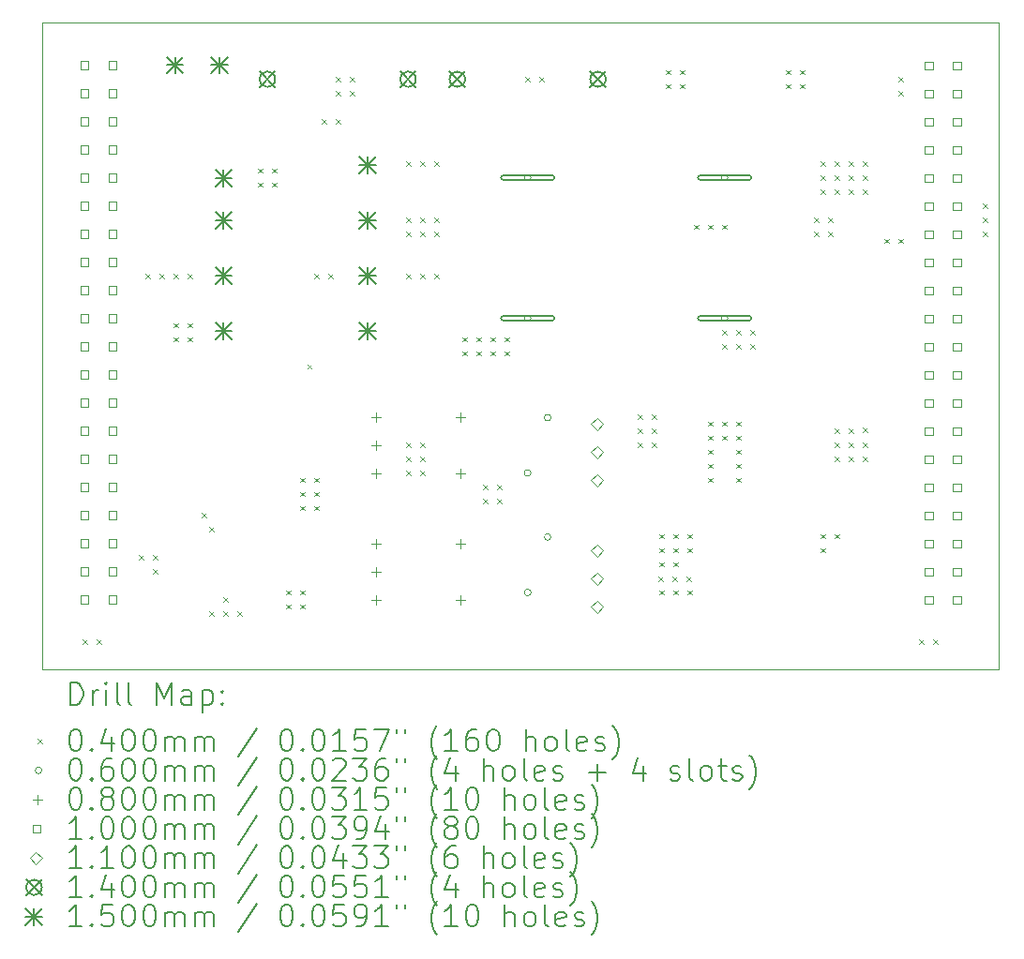
<source format=gbr>
%FSLAX45Y45*%
G04 Gerber Fmt 4.5, Leading zero omitted, Abs format (unit mm)*
G04 Created by KiCad (PCBNEW (6.0.2)) date 2022-03-12 22:50:12*
%MOMM*%
%LPD*%
G01*
G04 APERTURE LIST*
%TA.AperFunction,Profile*%
%ADD10C,0.100000*%
%TD*%
%ADD11C,0.200000*%
%ADD12C,0.040000*%
%ADD13C,0.060000*%
%ADD14C,0.080000*%
%ADD15C,0.100000*%
%ADD16C,0.110000*%
%ADD17C,0.140000*%
%ADD18C,0.150000*%
G04 APERTURE END LIST*
D10*
X24130000Y-7366000D02*
X15494000Y-7366000D01*
X15494000Y-7366000D02*
X15494000Y-1524000D01*
X15494000Y-1524000D02*
X24130000Y-1524000D01*
X24130000Y-1524000D02*
X24130000Y-7366000D01*
D11*
D12*
X15855000Y-7092000D02*
X15895000Y-7132000D01*
X15895000Y-7092000D02*
X15855000Y-7132000D01*
X15982000Y-7092000D02*
X16022000Y-7132000D01*
X16022000Y-7092000D02*
X15982000Y-7132000D01*
X16363000Y-6330000D02*
X16403000Y-6370000D01*
X16403000Y-6330000D02*
X16363000Y-6370000D01*
X16426500Y-3790000D02*
X16466500Y-3830000D01*
X16466500Y-3790000D02*
X16426500Y-3830000D01*
X16490000Y-6330000D02*
X16530000Y-6370000D01*
X16530000Y-6330000D02*
X16490000Y-6370000D01*
X16490000Y-6457000D02*
X16530000Y-6497000D01*
X16530000Y-6457000D02*
X16490000Y-6497000D01*
X16553500Y-3790000D02*
X16593500Y-3830000D01*
X16593500Y-3790000D02*
X16553500Y-3830000D01*
X16680500Y-3790000D02*
X16720500Y-3830000D01*
X16720500Y-3790000D02*
X16680500Y-3830000D01*
X16680500Y-4234500D02*
X16720500Y-4274500D01*
X16720500Y-4234500D02*
X16680500Y-4274500D01*
X16680500Y-4361500D02*
X16720500Y-4401500D01*
X16720500Y-4361500D02*
X16680500Y-4401500D01*
X16807500Y-3790000D02*
X16847500Y-3830000D01*
X16847500Y-3790000D02*
X16807500Y-3830000D01*
X16807500Y-4234500D02*
X16847500Y-4274500D01*
X16847500Y-4234500D02*
X16807500Y-4274500D01*
X16807500Y-4361500D02*
X16847500Y-4401500D01*
X16847500Y-4361500D02*
X16807500Y-4401500D01*
X16934500Y-5949000D02*
X16974500Y-5989000D01*
X16974500Y-5949000D02*
X16934500Y-5989000D01*
X16998000Y-6076000D02*
X17038000Y-6116000D01*
X17038000Y-6076000D02*
X16998000Y-6116000D01*
X16998000Y-6838000D02*
X17038000Y-6878000D01*
X17038000Y-6838000D02*
X16998000Y-6878000D01*
X17125000Y-6711000D02*
X17165000Y-6751000D01*
X17165000Y-6711000D02*
X17125000Y-6751000D01*
X17125000Y-6838000D02*
X17165000Y-6878000D01*
X17165000Y-6838000D02*
X17125000Y-6878000D01*
X17252000Y-6838000D02*
X17292000Y-6878000D01*
X17292000Y-6838000D02*
X17252000Y-6878000D01*
X17442500Y-2837500D02*
X17482500Y-2877500D01*
X17482500Y-2837500D02*
X17442500Y-2877500D01*
X17442500Y-2964500D02*
X17482500Y-3004500D01*
X17482500Y-2964500D02*
X17442500Y-3004500D01*
X17569500Y-2837500D02*
X17609500Y-2877500D01*
X17609500Y-2837500D02*
X17569500Y-2877500D01*
X17569500Y-2964500D02*
X17609500Y-3004500D01*
X17609500Y-2964500D02*
X17569500Y-3004500D01*
X17696500Y-6647500D02*
X17736500Y-6687500D01*
X17736500Y-6647500D02*
X17696500Y-6687500D01*
X17696500Y-6774500D02*
X17736500Y-6814500D01*
X17736500Y-6774500D02*
X17696500Y-6814500D01*
X17823500Y-5631500D02*
X17863500Y-5671500D01*
X17863500Y-5631500D02*
X17823500Y-5671500D01*
X17823500Y-5758500D02*
X17863500Y-5798500D01*
X17863500Y-5758500D02*
X17823500Y-5798500D01*
X17823500Y-5885500D02*
X17863500Y-5925500D01*
X17863500Y-5885500D02*
X17823500Y-5925500D01*
X17823500Y-6647500D02*
X17863500Y-6687500D01*
X17863500Y-6647500D02*
X17823500Y-6687500D01*
X17823500Y-6774500D02*
X17863500Y-6814500D01*
X17863500Y-6774500D02*
X17823500Y-6814500D01*
X17885230Y-4606960D02*
X17925230Y-4646960D01*
X17925230Y-4606960D02*
X17885230Y-4646960D01*
X17950500Y-3790000D02*
X17990500Y-3830000D01*
X17990500Y-3790000D02*
X17950500Y-3830000D01*
X17950500Y-5631500D02*
X17990500Y-5671500D01*
X17990500Y-5631500D02*
X17950500Y-5671500D01*
X17950500Y-5758500D02*
X17990500Y-5798500D01*
X17990500Y-5758500D02*
X17950500Y-5798500D01*
X17950500Y-5885500D02*
X17990500Y-5925500D01*
X17990500Y-5885500D02*
X17950500Y-5925500D01*
X18014000Y-2393000D02*
X18054000Y-2433000D01*
X18054000Y-2393000D02*
X18014000Y-2433000D01*
X18077500Y-3790000D02*
X18117500Y-3830000D01*
X18117500Y-3790000D02*
X18077500Y-3830000D01*
X18141000Y-2012000D02*
X18181000Y-2052000D01*
X18181000Y-2012000D02*
X18141000Y-2052000D01*
X18141000Y-2139000D02*
X18181000Y-2179000D01*
X18181000Y-2139000D02*
X18141000Y-2179000D01*
X18141000Y-2393000D02*
X18181000Y-2433000D01*
X18181000Y-2393000D02*
X18141000Y-2433000D01*
X18268000Y-2012000D02*
X18308000Y-2052000D01*
X18308000Y-2012000D02*
X18268000Y-2052000D01*
X18268000Y-2139000D02*
X18308000Y-2179000D01*
X18308000Y-2139000D02*
X18268000Y-2179000D01*
X18776000Y-2774000D02*
X18816000Y-2814000D01*
X18816000Y-2774000D02*
X18776000Y-2814000D01*
X18776000Y-3282000D02*
X18816000Y-3322000D01*
X18816000Y-3282000D02*
X18776000Y-3322000D01*
X18776000Y-3409000D02*
X18816000Y-3449000D01*
X18816000Y-3409000D02*
X18776000Y-3449000D01*
X18776000Y-3790000D02*
X18816000Y-3830000D01*
X18816000Y-3790000D02*
X18776000Y-3830000D01*
X18776000Y-5314000D02*
X18816000Y-5354000D01*
X18816000Y-5314000D02*
X18776000Y-5354000D01*
X18776000Y-5441000D02*
X18816000Y-5481000D01*
X18816000Y-5441000D02*
X18776000Y-5481000D01*
X18776000Y-5568000D02*
X18816000Y-5608000D01*
X18816000Y-5568000D02*
X18776000Y-5608000D01*
X18903000Y-2774000D02*
X18943000Y-2814000D01*
X18943000Y-2774000D02*
X18903000Y-2814000D01*
X18903000Y-3282000D02*
X18943000Y-3322000D01*
X18943000Y-3282000D02*
X18903000Y-3322000D01*
X18903000Y-3409000D02*
X18943000Y-3449000D01*
X18943000Y-3409000D02*
X18903000Y-3449000D01*
X18903000Y-3790000D02*
X18943000Y-3830000D01*
X18943000Y-3790000D02*
X18903000Y-3830000D01*
X18903000Y-5314000D02*
X18943000Y-5354000D01*
X18943000Y-5314000D02*
X18903000Y-5354000D01*
X18903000Y-5441000D02*
X18943000Y-5481000D01*
X18943000Y-5441000D02*
X18903000Y-5481000D01*
X18903000Y-5568000D02*
X18943000Y-5608000D01*
X18943000Y-5568000D02*
X18903000Y-5608000D01*
X19030000Y-2774000D02*
X19070000Y-2814000D01*
X19070000Y-2774000D02*
X19030000Y-2814000D01*
X19030000Y-3282000D02*
X19070000Y-3322000D01*
X19070000Y-3282000D02*
X19030000Y-3322000D01*
X19030000Y-3409000D02*
X19070000Y-3449000D01*
X19070000Y-3409000D02*
X19030000Y-3449000D01*
X19030000Y-3790000D02*
X19070000Y-3830000D01*
X19070000Y-3790000D02*
X19030000Y-3830000D01*
X19284000Y-4361500D02*
X19324000Y-4401500D01*
X19324000Y-4361500D02*
X19284000Y-4401500D01*
X19284000Y-4488500D02*
X19324000Y-4528500D01*
X19324000Y-4488500D02*
X19284000Y-4528500D01*
X19411000Y-4361500D02*
X19451000Y-4401500D01*
X19451000Y-4361500D02*
X19411000Y-4401500D01*
X19411000Y-4488500D02*
X19451000Y-4528500D01*
X19451000Y-4488500D02*
X19411000Y-4528500D01*
X19474500Y-5695000D02*
X19514500Y-5735000D01*
X19514500Y-5695000D02*
X19474500Y-5735000D01*
X19474500Y-5822000D02*
X19514500Y-5862000D01*
X19514500Y-5822000D02*
X19474500Y-5862000D01*
X19538000Y-4361500D02*
X19578000Y-4401500D01*
X19578000Y-4361500D02*
X19538000Y-4401500D01*
X19538000Y-4488500D02*
X19578000Y-4528500D01*
X19578000Y-4488500D02*
X19538000Y-4528500D01*
X19601500Y-5695000D02*
X19641500Y-5735000D01*
X19641500Y-5695000D02*
X19601500Y-5735000D01*
X19601500Y-5822000D02*
X19641500Y-5862000D01*
X19641500Y-5822000D02*
X19601500Y-5862000D01*
X19665000Y-4361500D02*
X19705000Y-4401500D01*
X19705000Y-4361500D02*
X19665000Y-4401500D01*
X19665000Y-4488500D02*
X19705000Y-4528500D01*
X19705000Y-4488500D02*
X19665000Y-4528500D01*
X19855500Y-2012000D02*
X19895500Y-2052000D01*
X19895500Y-2012000D02*
X19855500Y-2052000D01*
X19982500Y-2012000D02*
X20022500Y-2052000D01*
X20022500Y-2012000D02*
X19982500Y-2052000D01*
X20871500Y-5060000D02*
X20911500Y-5100000D01*
X20911500Y-5060000D02*
X20871500Y-5100000D01*
X20871500Y-5187000D02*
X20911500Y-5227000D01*
X20911500Y-5187000D02*
X20871500Y-5227000D01*
X20871500Y-5314000D02*
X20911500Y-5354000D01*
X20911500Y-5314000D02*
X20871500Y-5354000D01*
X20998500Y-5060000D02*
X21038500Y-5100000D01*
X21038500Y-5060000D02*
X20998500Y-5100000D01*
X20998500Y-5187000D02*
X21038500Y-5227000D01*
X21038500Y-5187000D02*
X20998500Y-5227000D01*
X20998500Y-5314000D02*
X21038500Y-5354000D01*
X21038500Y-5314000D02*
X20998500Y-5354000D01*
X21058000Y-6524500D02*
X21098000Y-6564500D01*
X21098000Y-6524500D02*
X21058000Y-6564500D01*
X21062000Y-6139500D02*
X21102000Y-6179500D01*
X21102000Y-6139500D02*
X21062000Y-6179500D01*
X21062000Y-6266500D02*
X21102000Y-6306500D01*
X21102000Y-6266500D02*
X21062000Y-6306500D01*
X21062000Y-6393500D02*
X21102000Y-6433500D01*
X21102000Y-6393500D02*
X21062000Y-6433500D01*
X21062000Y-6647500D02*
X21102000Y-6687500D01*
X21102000Y-6647500D02*
X21062000Y-6687500D01*
X21125500Y-1948500D02*
X21165500Y-1988500D01*
X21165500Y-1948500D02*
X21125500Y-1988500D01*
X21125500Y-2075500D02*
X21165500Y-2115500D01*
X21165500Y-2075500D02*
X21125500Y-2115500D01*
X21185000Y-6524500D02*
X21225000Y-6564500D01*
X21225000Y-6524500D02*
X21185000Y-6564500D01*
X21189000Y-6139500D02*
X21229000Y-6179500D01*
X21229000Y-6139500D02*
X21189000Y-6179500D01*
X21189000Y-6266500D02*
X21229000Y-6306500D01*
X21229000Y-6266500D02*
X21189000Y-6306500D01*
X21189000Y-6393500D02*
X21229000Y-6433500D01*
X21229000Y-6393500D02*
X21189000Y-6433500D01*
X21189000Y-6647500D02*
X21229000Y-6687500D01*
X21229000Y-6647500D02*
X21189000Y-6687500D01*
X21252500Y-1948500D02*
X21292500Y-1988500D01*
X21292500Y-1948500D02*
X21252500Y-1988500D01*
X21252500Y-2075500D02*
X21292500Y-2115500D01*
X21292500Y-2075500D02*
X21252500Y-2115500D01*
X21312000Y-6524500D02*
X21352000Y-6564500D01*
X21352000Y-6524500D02*
X21312000Y-6564500D01*
X21316000Y-6139500D02*
X21356000Y-6179500D01*
X21356000Y-6139500D02*
X21316000Y-6179500D01*
X21316000Y-6266500D02*
X21356000Y-6306500D01*
X21356000Y-6266500D02*
X21316000Y-6306500D01*
X21316000Y-6647500D02*
X21356000Y-6687500D01*
X21356000Y-6647500D02*
X21316000Y-6687500D01*
X21379500Y-3345500D02*
X21419500Y-3385500D01*
X21419500Y-3345500D02*
X21379500Y-3385500D01*
X21506500Y-3345500D02*
X21546500Y-3385500D01*
X21546500Y-3345500D02*
X21506500Y-3385500D01*
X21506500Y-5123500D02*
X21546500Y-5163500D01*
X21546500Y-5123500D02*
X21506500Y-5163500D01*
X21506500Y-5250500D02*
X21546500Y-5290500D01*
X21546500Y-5250500D02*
X21506500Y-5290500D01*
X21506500Y-5377500D02*
X21546500Y-5417500D01*
X21546500Y-5377500D02*
X21506500Y-5417500D01*
X21506500Y-5504500D02*
X21546500Y-5544500D01*
X21546500Y-5504500D02*
X21506500Y-5544500D01*
X21506500Y-5631500D02*
X21546500Y-5671500D01*
X21546500Y-5631500D02*
X21506500Y-5671500D01*
X21633500Y-3345500D02*
X21673500Y-3385500D01*
X21673500Y-3345500D02*
X21633500Y-3385500D01*
X21633500Y-4298000D02*
X21673500Y-4338000D01*
X21673500Y-4298000D02*
X21633500Y-4338000D01*
X21633500Y-4425000D02*
X21673500Y-4465000D01*
X21673500Y-4425000D02*
X21633500Y-4465000D01*
X21633500Y-5123500D02*
X21673500Y-5163500D01*
X21673500Y-5123500D02*
X21633500Y-5163500D01*
X21633500Y-5250500D02*
X21673500Y-5290500D01*
X21673500Y-5250500D02*
X21633500Y-5290500D01*
X21760500Y-4298000D02*
X21800500Y-4338000D01*
X21800500Y-4298000D02*
X21760500Y-4338000D01*
X21760500Y-4425000D02*
X21800500Y-4465000D01*
X21800500Y-4425000D02*
X21760500Y-4465000D01*
X21760500Y-5123500D02*
X21800500Y-5163500D01*
X21800500Y-5123500D02*
X21760500Y-5163500D01*
X21760500Y-5250500D02*
X21800500Y-5290500D01*
X21800500Y-5250500D02*
X21760500Y-5290500D01*
X21760500Y-5377500D02*
X21800500Y-5417500D01*
X21800500Y-5377500D02*
X21760500Y-5417500D01*
X21760500Y-5504500D02*
X21800500Y-5544500D01*
X21800500Y-5504500D02*
X21760500Y-5544500D01*
X21760500Y-5631500D02*
X21800500Y-5671500D01*
X21800500Y-5631500D02*
X21760500Y-5671500D01*
X21887500Y-4298000D02*
X21927500Y-4338000D01*
X21927500Y-4298000D02*
X21887500Y-4338000D01*
X21887500Y-4425000D02*
X21927500Y-4465000D01*
X21927500Y-4425000D02*
X21887500Y-4465000D01*
X22205000Y-1948500D02*
X22245000Y-1988500D01*
X22245000Y-1948500D02*
X22205000Y-1988500D01*
X22205000Y-2075500D02*
X22245000Y-2115500D01*
X22245000Y-2075500D02*
X22205000Y-2115500D01*
X22332000Y-1948500D02*
X22372000Y-1988500D01*
X22372000Y-1948500D02*
X22332000Y-1988500D01*
X22332000Y-2075500D02*
X22372000Y-2115500D01*
X22372000Y-2075500D02*
X22332000Y-2115500D01*
X22459000Y-3282000D02*
X22499000Y-3322000D01*
X22499000Y-3282000D02*
X22459000Y-3322000D01*
X22459000Y-3409000D02*
X22499000Y-3449000D01*
X22499000Y-3409000D02*
X22459000Y-3449000D01*
X22522500Y-2774000D02*
X22562500Y-2814000D01*
X22562500Y-2774000D02*
X22522500Y-2814000D01*
X22522500Y-2901000D02*
X22562500Y-2941000D01*
X22562500Y-2901000D02*
X22522500Y-2941000D01*
X22522500Y-3028000D02*
X22562500Y-3068000D01*
X22562500Y-3028000D02*
X22522500Y-3068000D01*
X22522500Y-6139500D02*
X22562500Y-6179500D01*
X22562500Y-6139500D02*
X22522500Y-6179500D01*
X22522500Y-6266500D02*
X22562500Y-6306500D01*
X22562500Y-6266500D02*
X22522500Y-6306500D01*
X22586000Y-3282000D02*
X22626000Y-3322000D01*
X22626000Y-3282000D02*
X22586000Y-3322000D01*
X22586000Y-3409000D02*
X22626000Y-3449000D01*
X22626000Y-3409000D02*
X22586000Y-3449000D01*
X22649500Y-2774000D02*
X22689500Y-2814000D01*
X22689500Y-2774000D02*
X22649500Y-2814000D01*
X22649500Y-2901000D02*
X22689500Y-2941000D01*
X22689500Y-2901000D02*
X22649500Y-2941000D01*
X22649500Y-3028000D02*
X22689500Y-3068000D01*
X22689500Y-3028000D02*
X22649500Y-3068000D01*
X22649500Y-5187000D02*
X22689500Y-5227000D01*
X22689500Y-5187000D02*
X22649500Y-5227000D01*
X22649500Y-5314000D02*
X22689500Y-5354000D01*
X22689500Y-5314000D02*
X22649500Y-5354000D01*
X22649500Y-5441000D02*
X22689500Y-5481000D01*
X22689500Y-5441000D02*
X22649500Y-5481000D01*
X22649500Y-6139500D02*
X22689500Y-6179500D01*
X22689500Y-6139500D02*
X22649500Y-6179500D01*
X22776500Y-2774000D02*
X22816500Y-2814000D01*
X22816500Y-2774000D02*
X22776500Y-2814000D01*
X22776500Y-2901000D02*
X22816500Y-2941000D01*
X22816500Y-2901000D02*
X22776500Y-2941000D01*
X22776500Y-3028000D02*
X22816500Y-3068000D01*
X22816500Y-3028000D02*
X22776500Y-3068000D01*
X22776500Y-5187000D02*
X22816500Y-5227000D01*
X22816500Y-5187000D02*
X22776500Y-5227000D01*
X22776500Y-5314000D02*
X22816500Y-5354000D01*
X22816500Y-5314000D02*
X22776500Y-5354000D01*
X22776500Y-5441000D02*
X22816500Y-5481000D01*
X22816500Y-5441000D02*
X22776500Y-5481000D01*
X22901534Y-5178673D02*
X22941534Y-5218673D01*
X22941534Y-5178673D02*
X22901534Y-5218673D01*
X22903500Y-2774000D02*
X22943500Y-2814000D01*
X22943500Y-2774000D02*
X22903500Y-2814000D01*
X22903500Y-2901000D02*
X22943500Y-2941000D01*
X22943500Y-2901000D02*
X22903500Y-2941000D01*
X22903500Y-3028000D02*
X22943500Y-3068000D01*
X22943500Y-3028000D02*
X22903500Y-3068000D01*
X22903500Y-5314000D02*
X22943500Y-5354000D01*
X22943500Y-5314000D02*
X22903500Y-5354000D01*
X22903500Y-5441000D02*
X22943500Y-5481000D01*
X22943500Y-5441000D02*
X22903500Y-5481000D01*
X23094000Y-3472500D02*
X23134000Y-3512500D01*
X23134000Y-3472500D02*
X23094000Y-3512500D01*
X23221000Y-2012000D02*
X23261000Y-2052000D01*
X23261000Y-2012000D02*
X23221000Y-2052000D01*
X23221000Y-2139000D02*
X23261000Y-2179000D01*
X23261000Y-2139000D02*
X23221000Y-2179000D01*
X23221000Y-3472500D02*
X23261000Y-3512500D01*
X23261000Y-3472500D02*
X23221000Y-3512500D01*
X23411500Y-7092000D02*
X23451500Y-7132000D01*
X23451500Y-7092000D02*
X23411500Y-7132000D01*
X23538500Y-7092000D02*
X23578500Y-7132000D01*
X23578500Y-7092000D02*
X23538500Y-7132000D01*
X23983000Y-3155000D02*
X24023000Y-3195000D01*
X24023000Y-3155000D02*
X23983000Y-3195000D01*
X23983000Y-3282000D02*
X24023000Y-3322000D01*
X24023000Y-3282000D02*
X23983000Y-3322000D01*
X23983000Y-3409000D02*
X24023000Y-3449000D01*
X24023000Y-3409000D02*
X23983000Y-3449000D01*
D13*
X19905500Y-2921000D02*
G75*
G03*
X19905500Y-2921000I-30000J0D01*
G01*
D11*
X19655500Y-2941000D02*
X20095500Y-2941000D01*
X19655500Y-2901000D02*
X20095500Y-2901000D01*
X20095500Y-2941000D02*
G75*
G03*
X20095500Y-2901000I0J20000D01*
G01*
X19655500Y-2901000D02*
G75*
G03*
X19655500Y-2941000I0J-20000D01*
G01*
D13*
X19905500Y-4191000D02*
G75*
G03*
X19905500Y-4191000I-30000J0D01*
G01*
D11*
X19655500Y-4211000D02*
X20095500Y-4211000D01*
X19655500Y-4171000D02*
X20095500Y-4171000D01*
X20095500Y-4211000D02*
G75*
G03*
X20095500Y-4171000I0J20000D01*
G01*
X19655500Y-4171000D02*
G75*
G03*
X19655500Y-4211000I0J-20000D01*
G01*
D13*
X19905500Y-5588000D02*
G75*
G03*
X19905500Y-5588000I-30000J0D01*
G01*
X19905500Y-6667500D02*
G75*
G03*
X19905500Y-6667500I-30000J0D01*
G01*
X20085500Y-5088000D02*
G75*
G03*
X20085500Y-5088000I-30000J0D01*
G01*
X20085500Y-6167500D02*
G75*
G03*
X20085500Y-6167500I-30000J0D01*
G01*
X21683500Y-2921000D02*
G75*
G03*
X21683500Y-2921000I-30000J0D01*
G01*
D11*
X21433500Y-2941000D02*
X21873500Y-2941000D01*
X21433500Y-2901000D02*
X21873500Y-2901000D01*
X21873500Y-2941000D02*
G75*
G03*
X21873500Y-2901000I0J20000D01*
G01*
X21433500Y-2901000D02*
G75*
G03*
X21433500Y-2941000I0J-20000D01*
G01*
D13*
X21683500Y-4191000D02*
G75*
G03*
X21683500Y-4191000I-30000J0D01*
G01*
D11*
X21433500Y-4211000D02*
X21873500Y-4211000D01*
X21433500Y-4171000D02*
X21873500Y-4171000D01*
X21873500Y-4211000D02*
G75*
G03*
X21873500Y-4171000I0J20000D01*
G01*
X21433500Y-4171000D02*
G75*
G03*
X21433500Y-4211000I0J-20000D01*
G01*
D14*
X18506000Y-5045500D02*
X18506000Y-5125500D01*
X18466000Y-5085500D02*
X18546000Y-5085500D01*
X18506000Y-5299500D02*
X18506000Y-5379500D01*
X18466000Y-5339500D02*
X18546000Y-5339500D01*
X18506000Y-5553500D02*
X18506000Y-5633500D01*
X18466000Y-5593500D02*
X18546000Y-5593500D01*
X18506000Y-6188500D02*
X18506000Y-6268500D01*
X18466000Y-6228500D02*
X18546000Y-6228500D01*
X18506000Y-6442500D02*
X18506000Y-6522500D01*
X18466000Y-6482500D02*
X18546000Y-6482500D01*
X18506000Y-6696500D02*
X18506000Y-6776500D01*
X18466000Y-6736500D02*
X18546000Y-6736500D01*
X19268000Y-5045500D02*
X19268000Y-5125500D01*
X19228000Y-5085500D02*
X19308000Y-5085500D01*
X19268000Y-5553500D02*
X19268000Y-5633500D01*
X19228000Y-5593500D02*
X19308000Y-5593500D01*
X19268000Y-6188500D02*
X19268000Y-6268500D01*
X19228000Y-6228500D02*
X19308000Y-6228500D01*
X19268000Y-6696500D02*
X19268000Y-6776500D01*
X19228000Y-6736500D02*
X19308000Y-6736500D01*
D15*
X15909856Y-1940856D02*
X15909856Y-1870144D01*
X15839144Y-1870144D01*
X15839144Y-1940856D01*
X15909856Y-1940856D01*
X15909856Y-2194856D02*
X15909856Y-2124144D01*
X15839144Y-2124144D01*
X15839144Y-2194856D01*
X15909856Y-2194856D01*
X15909856Y-2448856D02*
X15909856Y-2378144D01*
X15839144Y-2378144D01*
X15839144Y-2448856D01*
X15909856Y-2448856D01*
X15909856Y-2702856D02*
X15909856Y-2632144D01*
X15839144Y-2632144D01*
X15839144Y-2702856D01*
X15909856Y-2702856D01*
X15909856Y-2956856D02*
X15909856Y-2886144D01*
X15839144Y-2886144D01*
X15839144Y-2956856D01*
X15909856Y-2956856D01*
X15909856Y-3210856D02*
X15909856Y-3140144D01*
X15839144Y-3140144D01*
X15839144Y-3210856D01*
X15909856Y-3210856D01*
X15909856Y-3464856D02*
X15909856Y-3394144D01*
X15839144Y-3394144D01*
X15839144Y-3464856D01*
X15909856Y-3464856D01*
X15909856Y-3718856D02*
X15909856Y-3648144D01*
X15839144Y-3648144D01*
X15839144Y-3718856D01*
X15909856Y-3718856D01*
X15909856Y-3972856D02*
X15909856Y-3902144D01*
X15839144Y-3902144D01*
X15839144Y-3972856D01*
X15909856Y-3972856D01*
X15909856Y-4226856D02*
X15909856Y-4156144D01*
X15839144Y-4156144D01*
X15839144Y-4226856D01*
X15909856Y-4226856D01*
X15909856Y-4480856D02*
X15909856Y-4410144D01*
X15839144Y-4410144D01*
X15839144Y-4480856D01*
X15909856Y-4480856D01*
X15909856Y-4734856D02*
X15909856Y-4664144D01*
X15839144Y-4664144D01*
X15839144Y-4734856D01*
X15909856Y-4734856D01*
X15909856Y-4988856D02*
X15909856Y-4918144D01*
X15839144Y-4918144D01*
X15839144Y-4988856D01*
X15909856Y-4988856D01*
X15909856Y-5242856D02*
X15909856Y-5172144D01*
X15839144Y-5172144D01*
X15839144Y-5242856D01*
X15909856Y-5242856D01*
X15909856Y-5496856D02*
X15909856Y-5426144D01*
X15839144Y-5426144D01*
X15839144Y-5496856D01*
X15909856Y-5496856D01*
X15909856Y-5750856D02*
X15909856Y-5680144D01*
X15839144Y-5680144D01*
X15839144Y-5750856D01*
X15909856Y-5750856D01*
X15909856Y-6004856D02*
X15909856Y-5934144D01*
X15839144Y-5934144D01*
X15839144Y-6004856D01*
X15909856Y-6004856D01*
X15909856Y-6258856D02*
X15909856Y-6188144D01*
X15839144Y-6188144D01*
X15839144Y-6258856D01*
X15909856Y-6258856D01*
X15909856Y-6512856D02*
X15909856Y-6442144D01*
X15839144Y-6442144D01*
X15839144Y-6512856D01*
X15909856Y-6512856D01*
X15909856Y-6766856D02*
X15909856Y-6696144D01*
X15839144Y-6696144D01*
X15839144Y-6766856D01*
X15909856Y-6766856D01*
X16163856Y-1940856D02*
X16163856Y-1870144D01*
X16093144Y-1870144D01*
X16093144Y-1940856D01*
X16163856Y-1940856D01*
X16163856Y-2194856D02*
X16163856Y-2124144D01*
X16093144Y-2124144D01*
X16093144Y-2194856D01*
X16163856Y-2194856D01*
X16163856Y-2448856D02*
X16163856Y-2378144D01*
X16093144Y-2378144D01*
X16093144Y-2448856D01*
X16163856Y-2448856D01*
X16163856Y-2702856D02*
X16163856Y-2632144D01*
X16093144Y-2632144D01*
X16093144Y-2702856D01*
X16163856Y-2702856D01*
X16163856Y-2956856D02*
X16163856Y-2886144D01*
X16093144Y-2886144D01*
X16093144Y-2956856D01*
X16163856Y-2956856D01*
X16163856Y-3210856D02*
X16163856Y-3140144D01*
X16093144Y-3140144D01*
X16093144Y-3210856D01*
X16163856Y-3210856D01*
X16163856Y-3464856D02*
X16163856Y-3394144D01*
X16093144Y-3394144D01*
X16093144Y-3464856D01*
X16163856Y-3464856D01*
X16163856Y-3718856D02*
X16163856Y-3648144D01*
X16093144Y-3648144D01*
X16093144Y-3718856D01*
X16163856Y-3718856D01*
X16163856Y-3972856D02*
X16163856Y-3902144D01*
X16093144Y-3902144D01*
X16093144Y-3972856D01*
X16163856Y-3972856D01*
X16163856Y-4226856D02*
X16163856Y-4156144D01*
X16093144Y-4156144D01*
X16093144Y-4226856D01*
X16163856Y-4226856D01*
X16163856Y-4480856D02*
X16163856Y-4410144D01*
X16093144Y-4410144D01*
X16093144Y-4480856D01*
X16163856Y-4480856D01*
X16163856Y-4734856D02*
X16163856Y-4664144D01*
X16093144Y-4664144D01*
X16093144Y-4734856D01*
X16163856Y-4734856D01*
X16163856Y-4988856D02*
X16163856Y-4918144D01*
X16093144Y-4918144D01*
X16093144Y-4988856D01*
X16163856Y-4988856D01*
X16163856Y-5242856D02*
X16163856Y-5172144D01*
X16093144Y-5172144D01*
X16093144Y-5242856D01*
X16163856Y-5242856D01*
X16163856Y-5496856D02*
X16163856Y-5426144D01*
X16093144Y-5426144D01*
X16093144Y-5496856D01*
X16163856Y-5496856D01*
X16163856Y-5750856D02*
X16163856Y-5680144D01*
X16093144Y-5680144D01*
X16093144Y-5750856D01*
X16163856Y-5750856D01*
X16163856Y-6004856D02*
X16163856Y-5934144D01*
X16093144Y-5934144D01*
X16093144Y-6004856D01*
X16163856Y-6004856D01*
X16163856Y-6258856D02*
X16163856Y-6188144D01*
X16093144Y-6188144D01*
X16093144Y-6258856D01*
X16163856Y-6258856D01*
X16163856Y-6512856D02*
X16163856Y-6442144D01*
X16093144Y-6442144D01*
X16093144Y-6512856D01*
X16163856Y-6512856D01*
X16163856Y-6766856D02*
X16163856Y-6696144D01*
X16093144Y-6696144D01*
X16093144Y-6766856D01*
X16163856Y-6766856D01*
X23532356Y-1943356D02*
X23532356Y-1872644D01*
X23461644Y-1872644D01*
X23461644Y-1943356D01*
X23532356Y-1943356D01*
X23532356Y-2197356D02*
X23532356Y-2126644D01*
X23461644Y-2126644D01*
X23461644Y-2197356D01*
X23532356Y-2197356D01*
X23532356Y-2451356D02*
X23532356Y-2380644D01*
X23461644Y-2380644D01*
X23461644Y-2451356D01*
X23532356Y-2451356D01*
X23532356Y-2705356D02*
X23532356Y-2634644D01*
X23461644Y-2634644D01*
X23461644Y-2705356D01*
X23532356Y-2705356D01*
X23532356Y-2959356D02*
X23532356Y-2888644D01*
X23461644Y-2888644D01*
X23461644Y-2959356D01*
X23532356Y-2959356D01*
X23532356Y-3213356D02*
X23532356Y-3142644D01*
X23461644Y-3142644D01*
X23461644Y-3213356D01*
X23532356Y-3213356D01*
X23532356Y-3467356D02*
X23532356Y-3396644D01*
X23461644Y-3396644D01*
X23461644Y-3467356D01*
X23532356Y-3467356D01*
X23532356Y-3721356D02*
X23532356Y-3650644D01*
X23461644Y-3650644D01*
X23461644Y-3721356D01*
X23532356Y-3721356D01*
X23532356Y-3975356D02*
X23532356Y-3904644D01*
X23461644Y-3904644D01*
X23461644Y-3975356D01*
X23532356Y-3975356D01*
X23532356Y-4229356D02*
X23532356Y-4158644D01*
X23461644Y-4158644D01*
X23461644Y-4229356D01*
X23532356Y-4229356D01*
X23532356Y-4483356D02*
X23532356Y-4412644D01*
X23461644Y-4412644D01*
X23461644Y-4483356D01*
X23532356Y-4483356D01*
X23532356Y-4737356D02*
X23532356Y-4666644D01*
X23461644Y-4666644D01*
X23461644Y-4737356D01*
X23532356Y-4737356D01*
X23532356Y-4991356D02*
X23532356Y-4920644D01*
X23461644Y-4920644D01*
X23461644Y-4991356D01*
X23532356Y-4991356D01*
X23532356Y-5245356D02*
X23532356Y-5174644D01*
X23461644Y-5174644D01*
X23461644Y-5245356D01*
X23532356Y-5245356D01*
X23532356Y-5499356D02*
X23532356Y-5428644D01*
X23461644Y-5428644D01*
X23461644Y-5499356D01*
X23532356Y-5499356D01*
X23532356Y-5753356D02*
X23532356Y-5682644D01*
X23461644Y-5682644D01*
X23461644Y-5753356D01*
X23532356Y-5753356D01*
X23532356Y-6007356D02*
X23532356Y-5936644D01*
X23461644Y-5936644D01*
X23461644Y-6007356D01*
X23532356Y-6007356D01*
X23532356Y-6261356D02*
X23532356Y-6190644D01*
X23461644Y-6190644D01*
X23461644Y-6261356D01*
X23532356Y-6261356D01*
X23532356Y-6515356D02*
X23532356Y-6444644D01*
X23461644Y-6444644D01*
X23461644Y-6515356D01*
X23532356Y-6515356D01*
X23532356Y-6769356D02*
X23532356Y-6698644D01*
X23461644Y-6698644D01*
X23461644Y-6769356D01*
X23532356Y-6769356D01*
X23786356Y-1943356D02*
X23786356Y-1872644D01*
X23715644Y-1872644D01*
X23715644Y-1943356D01*
X23786356Y-1943356D01*
X23786356Y-2197356D02*
X23786356Y-2126644D01*
X23715644Y-2126644D01*
X23715644Y-2197356D01*
X23786356Y-2197356D01*
X23786356Y-2451356D02*
X23786356Y-2380644D01*
X23715644Y-2380644D01*
X23715644Y-2451356D01*
X23786356Y-2451356D01*
X23786356Y-2705356D02*
X23786356Y-2634644D01*
X23715644Y-2634644D01*
X23715644Y-2705356D01*
X23786356Y-2705356D01*
X23786356Y-2959356D02*
X23786356Y-2888644D01*
X23715644Y-2888644D01*
X23715644Y-2959356D01*
X23786356Y-2959356D01*
X23786356Y-3213356D02*
X23786356Y-3142644D01*
X23715644Y-3142644D01*
X23715644Y-3213356D01*
X23786356Y-3213356D01*
X23786356Y-3467356D02*
X23786356Y-3396644D01*
X23715644Y-3396644D01*
X23715644Y-3467356D01*
X23786356Y-3467356D01*
X23786356Y-3721356D02*
X23786356Y-3650644D01*
X23715644Y-3650644D01*
X23715644Y-3721356D01*
X23786356Y-3721356D01*
X23786356Y-3975356D02*
X23786356Y-3904644D01*
X23715644Y-3904644D01*
X23715644Y-3975356D01*
X23786356Y-3975356D01*
X23786356Y-4229356D02*
X23786356Y-4158644D01*
X23715644Y-4158644D01*
X23715644Y-4229356D01*
X23786356Y-4229356D01*
X23786356Y-4483356D02*
X23786356Y-4412644D01*
X23715644Y-4412644D01*
X23715644Y-4483356D01*
X23786356Y-4483356D01*
X23786356Y-4737356D02*
X23786356Y-4666644D01*
X23715644Y-4666644D01*
X23715644Y-4737356D01*
X23786356Y-4737356D01*
X23786356Y-4991356D02*
X23786356Y-4920644D01*
X23715644Y-4920644D01*
X23715644Y-4991356D01*
X23786356Y-4991356D01*
X23786356Y-5245356D02*
X23786356Y-5174644D01*
X23715644Y-5174644D01*
X23715644Y-5245356D01*
X23786356Y-5245356D01*
X23786356Y-5499356D02*
X23786356Y-5428644D01*
X23715644Y-5428644D01*
X23715644Y-5499356D01*
X23786356Y-5499356D01*
X23786356Y-5753356D02*
X23786356Y-5682644D01*
X23715644Y-5682644D01*
X23715644Y-5753356D01*
X23786356Y-5753356D01*
X23786356Y-6007356D02*
X23786356Y-5936644D01*
X23715644Y-5936644D01*
X23715644Y-6007356D01*
X23786356Y-6007356D01*
X23786356Y-6261356D02*
X23786356Y-6190644D01*
X23715644Y-6190644D01*
X23715644Y-6261356D01*
X23786356Y-6261356D01*
X23786356Y-6515356D02*
X23786356Y-6444644D01*
X23715644Y-6444644D01*
X23715644Y-6515356D01*
X23786356Y-6515356D01*
X23786356Y-6769356D02*
X23786356Y-6698644D01*
X23715644Y-6698644D01*
X23715644Y-6769356D01*
X23786356Y-6769356D01*
D16*
X20503000Y-5202500D02*
X20558000Y-5147500D01*
X20503000Y-5092500D01*
X20448000Y-5147500D01*
X20503000Y-5202500D01*
X20503000Y-5456500D02*
X20558000Y-5401500D01*
X20503000Y-5346500D01*
X20448000Y-5401500D01*
X20503000Y-5456500D01*
X20503000Y-5710500D02*
X20558000Y-5655500D01*
X20503000Y-5600500D01*
X20448000Y-5655500D01*
X20503000Y-5710500D01*
X20503000Y-6345500D02*
X20558000Y-6290500D01*
X20503000Y-6235500D01*
X20448000Y-6290500D01*
X20503000Y-6345500D01*
X20503000Y-6599500D02*
X20558000Y-6544500D01*
X20503000Y-6489500D01*
X20448000Y-6544500D01*
X20503000Y-6599500D01*
X20503000Y-6853500D02*
X20558000Y-6798500D01*
X20503000Y-6743500D01*
X20448000Y-6798500D01*
X20503000Y-6853500D01*
D17*
X17456000Y-1962000D02*
X17596000Y-2102000D01*
X17596000Y-1962000D02*
X17456000Y-2102000D01*
X17596000Y-2032000D02*
G75*
G03*
X17596000Y-2032000I-70000J0D01*
G01*
X18726000Y-1962000D02*
X18866000Y-2102000D01*
X18866000Y-1962000D02*
X18726000Y-2102000D01*
X18866000Y-2032000D02*
G75*
G03*
X18866000Y-2032000I-70000J0D01*
G01*
X19170500Y-1962000D02*
X19310500Y-2102000D01*
X19310500Y-1962000D02*
X19170500Y-2102000D01*
X19310500Y-2032000D02*
G75*
G03*
X19310500Y-2032000I-70000J0D01*
G01*
X20440500Y-1962000D02*
X20580500Y-2102000D01*
X20580500Y-1962000D02*
X20440500Y-2102000D01*
X20580500Y-2032000D02*
G75*
G03*
X20580500Y-2032000I-70000J0D01*
G01*
D18*
X16616000Y-1830000D02*
X16766000Y-1980000D01*
X16766000Y-1830000D02*
X16616000Y-1980000D01*
X16691000Y-1830000D02*
X16691000Y-1980000D01*
X16616000Y-1905000D02*
X16766000Y-1905000D01*
X17016000Y-1830000D02*
X17166000Y-1980000D01*
X17166000Y-1830000D02*
X17016000Y-1980000D01*
X17091000Y-1830000D02*
X17091000Y-1980000D01*
X17016000Y-1905000D02*
X17166000Y-1905000D01*
X17055000Y-2851000D02*
X17205000Y-3001000D01*
X17205000Y-2851000D02*
X17055000Y-3001000D01*
X17130000Y-2851000D02*
X17130000Y-3001000D01*
X17055000Y-2926000D02*
X17205000Y-2926000D01*
X17055000Y-3231000D02*
X17205000Y-3381000D01*
X17205000Y-3231000D02*
X17055000Y-3381000D01*
X17130000Y-3231000D02*
X17130000Y-3381000D01*
X17055000Y-3306000D02*
X17205000Y-3306000D01*
X17055000Y-3731000D02*
X17205000Y-3881000D01*
X17205000Y-3731000D02*
X17055000Y-3881000D01*
X17130000Y-3731000D02*
X17130000Y-3881000D01*
X17055000Y-3806000D02*
X17205000Y-3806000D01*
X17055000Y-4231000D02*
X17205000Y-4381000D01*
X17205000Y-4231000D02*
X17055000Y-4381000D01*
X17130000Y-4231000D02*
X17130000Y-4381000D01*
X17055000Y-4306000D02*
X17205000Y-4306000D01*
X18355000Y-2731000D02*
X18505000Y-2881000D01*
X18505000Y-2731000D02*
X18355000Y-2881000D01*
X18430000Y-2731000D02*
X18430000Y-2881000D01*
X18355000Y-2806000D02*
X18505000Y-2806000D01*
X18355000Y-3231000D02*
X18505000Y-3381000D01*
X18505000Y-3231000D02*
X18355000Y-3381000D01*
X18430000Y-3231000D02*
X18430000Y-3381000D01*
X18355000Y-3306000D02*
X18505000Y-3306000D01*
X18355000Y-3731000D02*
X18505000Y-3881000D01*
X18505000Y-3731000D02*
X18355000Y-3881000D01*
X18430000Y-3731000D02*
X18430000Y-3881000D01*
X18355000Y-3806000D02*
X18505000Y-3806000D01*
X18355000Y-4231000D02*
X18505000Y-4381000D01*
X18505000Y-4231000D02*
X18355000Y-4381000D01*
X18430000Y-4231000D02*
X18430000Y-4381000D01*
X18355000Y-4306000D02*
X18505000Y-4306000D01*
D11*
X15746619Y-7681476D02*
X15746619Y-7481476D01*
X15794238Y-7481476D01*
X15822809Y-7491000D01*
X15841857Y-7510048D01*
X15851381Y-7529095D01*
X15860905Y-7567190D01*
X15860905Y-7595762D01*
X15851381Y-7633857D01*
X15841857Y-7652905D01*
X15822809Y-7671952D01*
X15794238Y-7681476D01*
X15746619Y-7681476D01*
X15946619Y-7681476D02*
X15946619Y-7548143D01*
X15946619Y-7586238D02*
X15956143Y-7567190D01*
X15965667Y-7557667D01*
X15984714Y-7548143D01*
X16003762Y-7548143D01*
X16070428Y-7681476D02*
X16070428Y-7548143D01*
X16070428Y-7481476D02*
X16060905Y-7491000D01*
X16070428Y-7500524D01*
X16079952Y-7491000D01*
X16070428Y-7481476D01*
X16070428Y-7500524D01*
X16194238Y-7681476D02*
X16175190Y-7671952D01*
X16165667Y-7652905D01*
X16165667Y-7481476D01*
X16299000Y-7681476D02*
X16279952Y-7671952D01*
X16270428Y-7652905D01*
X16270428Y-7481476D01*
X16527571Y-7681476D02*
X16527571Y-7481476D01*
X16594238Y-7624333D01*
X16660905Y-7481476D01*
X16660905Y-7681476D01*
X16841857Y-7681476D02*
X16841857Y-7576714D01*
X16832333Y-7557667D01*
X16813286Y-7548143D01*
X16775190Y-7548143D01*
X16756143Y-7557667D01*
X16841857Y-7671952D02*
X16822810Y-7681476D01*
X16775190Y-7681476D01*
X16756143Y-7671952D01*
X16746619Y-7652905D01*
X16746619Y-7633857D01*
X16756143Y-7614809D01*
X16775190Y-7605286D01*
X16822810Y-7605286D01*
X16841857Y-7595762D01*
X16937095Y-7548143D02*
X16937095Y-7748143D01*
X16937095Y-7557667D02*
X16956143Y-7548143D01*
X16994238Y-7548143D01*
X17013286Y-7557667D01*
X17022810Y-7567190D01*
X17032333Y-7586238D01*
X17032333Y-7643381D01*
X17022810Y-7662428D01*
X17013286Y-7671952D01*
X16994238Y-7681476D01*
X16956143Y-7681476D01*
X16937095Y-7671952D01*
X17118048Y-7662428D02*
X17127571Y-7671952D01*
X17118048Y-7681476D01*
X17108524Y-7671952D01*
X17118048Y-7662428D01*
X17118048Y-7681476D01*
X17118048Y-7557667D02*
X17127571Y-7567190D01*
X17118048Y-7576714D01*
X17108524Y-7567190D01*
X17118048Y-7557667D01*
X17118048Y-7576714D01*
D12*
X15449000Y-7991000D02*
X15489000Y-8031000D01*
X15489000Y-7991000D02*
X15449000Y-8031000D01*
D11*
X15784714Y-7901476D02*
X15803762Y-7901476D01*
X15822809Y-7911000D01*
X15832333Y-7920524D01*
X15841857Y-7939571D01*
X15851381Y-7977667D01*
X15851381Y-8025286D01*
X15841857Y-8063381D01*
X15832333Y-8082428D01*
X15822809Y-8091952D01*
X15803762Y-8101476D01*
X15784714Y-8101476D01*
X15765667Y-8091952D01*
X15756143Y-8082428D01*
X15746619Y-8063381D01*
X15737095Y-8025286D01*
X15737095Y-7977667D01*
X15746619Y-7939571D01*
X15756143Y-7920524D01*
X15765667Y-7911000D01*
X15784714Y-7901476D01*
X15937095Y-8082428D02*
X15946619Y-8091952D01*
X15937095Y-8101476D01*
X15927571Y-8091952D01*
X15937095Y-8082428D01*
X15937095Y-8101476D01*
X16118048Y-7968143D02*
X16118048Y-8101476D01*
X16070428Y-7891952D02*
X16022809Y-8034809D01*
X16146619Y-8034809D01*
X16260905Y-7901476D02*
X16279952Y-7901476D01*
X16299000Y-7911000D01*
X16308524Y-7920524D01*
X16318048Y-7939571D01*
X16327571Y-7977667D01*
X16327571Y-8025286D01*
X16318048Y-8063381D01*
X16308524Y-8082428D01*
X16299000Y-8091952D01*
X16279952Y-8101476D01*
X16260905Y-8101476D01*
X16241857Y-8091952D01*
X16232333Y-8082428D01*
X16222809Y-8063381D01*
X16213286Y-8025286D01*
X16213286Y-7977667D01*
X16222809Y-7939571D01*
X16232333Y-7920524D01*
X16241857Y-7911000D01*
X16260905Y-7901476D01*
X16451381Y-7901476D02*
X16470428Y-7901476D01*
X16489476Y-7911000D01*
X16499000Y-7920524D01*
X16508524Y-7939571D01*
X16518048Y-7977667D01*
X16518048Y-8025286D01*
X16508524Y-8063381D01*
X16499000Y-8082428D01*
X16489476Y-8091952D01*
X16470428Y-8101476D01*
X16451381Y-8101476D01*
X16432333Y-8091952D01*
X16422809Y-8082428D01*
X16413286Y-8063381D01*
X16403762Y-8025286D01*
X16403762Y-7977667D01*
X16413286Y-7939571D01*
X16422809Y-7920524D01*
X16432333Y-7911000D01*
X16451381Y-7901476D01*
X16603762Y-8101476D02*
X16603762Y-7968143D01*
X16603762Y-7987190D02*
X16613286Y-7977667D01*
X16632333Y-7968143D01*
X16660905Y-7968143D01*
X16679952Y-7977667D01*
X16689476Y-7996714D01*
X16689476Y-8101476D01*
X16689476Y-7996714D02*
X16699000Y-7977667D01*
X16718048Y-7968143D01*
X16746619Y-7968143D01*
X16765667Y-7977667D01*
X16775190Y-7996714D01*
X16775190Y-8101476D01*
X16870429Y-8101476D02*
X16870429Y-7968143D01*
X16870429Y-7987190D02*
X16879952Y-7977667D01*
X16899000Y-7968143D01*
X16927571Y-7968143D01*
X16946619Y-7977667D01*
X16956143Y-7996714D01*
X16956143Y-8101476D01*
X16956143Y-7996714D02*
X16965667Y-7977667D01*
X16984714Y-7968143D01*
X17013286Y-7968143D01*
X17032333Y-7977667D01*
X17041857Y-7996714D01*
X17041857Y-8101476D01*
X17432333Y-7891952D02*
X17260905Y-8149095D01*
X17689476Y-7901476D02*
X17708524Y-7901476D01*
X17727571Y-7911000D01*
X17737095Y-7920524D01*
X17746619Y-7939571D01*
X17756143Y-7977667D01*
X17756143Y-8025286D01*
X17746619Y-8063381D01*
X17737095Y-8082428D01*
X17727571Y-8091952D01*
X17708524Y-8101476D01*
X17689476Y-8101476D01*
X17670429Y-8091952D01*
X17660905Y-8082428D01*
X17651381Y-8063381D01*
X17641857Y-8025286D01*
X17641857Y-7977667D01*
X17651381Y-7939571D01*
X17660905Y-7920524D01*
X17670429Y-7911000D01*
X17689476Y-7901476D01*
X17841857Y-8082428D02*
X17851381Y-8091952D01*
X17841857Y-8101476D01*
X17832333Y-8091952D01*
X17841857Y-8082428D01*
X17841857Y-8101476D01*
X17975190Y-7901476D02*
X17994238Y-7901476D01*
X18013286Y-7911000D01*
X18022810Y-7920524D01*
X18032333Y-7939571D01*
X18041857Y-7977667D01*
X18041857Y-8025286D01*
X18032333Y-8063381D01*
X18022810Y-8082428D01*
X18013286Y-8091952D01*
X17994238Y-8101476D01*
X17975190Y-8101476D01*
X17956143Y-8091952D01*
X17946619Y-8082428D01*
X17937095Y-8063381D01*
X17927571Y-8025286D01*
X17927571Y-7977667D01*
X17937095Y-7939571D01*
X17946619Y-7920524D01*
X17956143Y-7911000D01*
X17975190Y-7901476D01*
X18232333Y-8101476D02*
X18118048Y-8101476D01*
X18175190Y-8101476D02*
X18175190Y-7901476D01*
X18156143Y-7930048D01*
X18137095Y-7949095D01*
X18118048Y-7958619D01*
X18413286Y-7901476D02*
X18318048Y-7901476D01*
X18308524Y-7996714D01*
X18318048Y-7987190D01*
X18337095Y-7977667D01*
X18384714Y-7977667D01*
X18403762Y-7987190D01*
X18413286Y-7996714D01*
X18422810Y-8015762D01*
X18422810Y-8063381D01*
X18413286Y-8082428D01*
X18403762Y-8091952D01*
X18384714Y-8101476D01*
X18337095Y-8101476D01*
X18318048Y-8091952D01*
X18308524Y-8082428D01*
X18489476Y-7901476D02*
X18622810Y-7901476D01*
X18537095Y-8101476D01*
X18689476Y-7901476D02*
X18689476Y-7939571D01*
X18765667Y-7901476D02*
X18765667Y-7939571D01*
X19060905Y-8177667D02*
X19051381Y-8168143D01*
X19032333Y-8139571D01*
X19022810Y-8120524D01*
X19013286Y-8091952D01*
X19003762Y-8044333D01*
X19003762Y-8006238D01*
X19013286Y-7958619D01*
X19022810Y-7930048D01*
X19032333Y-7911000D01*
X19051381Y-7882428D01*
X19060905Y-7872905D01*
X19241857Y-8101476D02*
X19127571Y-8101476D01*
X19184714Y-8101476D02*
X19184714Y-7901476D01*
X19165667Y-7930048D01*
X19146619Y-7949095D01*
X19127571Y-7958619D01*
X19413286Y-7901476D02*
X19375190Y-7901476D01*
X19356143Y-7911000D01*
X19346619Y-7920524D01*
X19327571Y-7949095D01*
X19318048Y-7987190D01*
X19318048Y-8063381D01*
X19327571Y-8082428D01*
X19337095Y-8091952D01*
X19356143Y-8101476D01*
X19394238Y-8101476D01*
X19413286Y-8091952D01*
X19422810Y-8082428D01*
X19432333Y-8063381D01*
X19432333Y-8015762D01*
X19422810Y-7996714D01*
X19413286Y-7987190D01*
X19394238Y-7977667D01*
X19356143Y-7977667D01*
X19337095Y-7987190D01*
X19327571Y-7996714D01*
X19318048Y-8015762D01*
X19556143Y-7901476D02*
X19575190Y-7901476D01*
X19594238Y-7911000D01*
X19603762Y-7920524D01*
X19613286Y-7939571D01*
X19622810Y-7977667D01*
X19622810Y-8025286D01*
X19613286Y-8063381D01*
X19603762Y-8082428D01*
X19594238Y-8091952D01*
X19575190Y-8101476D01*
X19556143Y-8101476D01*
X19537095Y-8091952D01*
X19527571Y-8082428D01*
X19518048Y-8063381D01*
X19508524Y-8025286D01*
X19508524Y-7977667D01*
X19518048Y-7939571D01*
X19527571Y-7920524D01*
X19537095Y-7911000D01*
X19556143Y-7901476D01*
X19860905Y-8101476D02*
X19860905Y-7901476D01*
X19946619Y-8101476D02*
X19946619Y-7996714D01*
X19937095Y-7977667D01*
X19918048Y-7968143D01*
X19889476Y-7968143D01*
X19870429Y-7977667D01*
X19860905Y-7987190D01*
X20070429Y-8101476D02*
X20051381Y-8091952D01*
X20041857Y-8082428D01*
X20032333Y-8063381D01*
X20032333Y-8006238D01*
X20041857Y-7987190D01*
X20051381Y-7977667D01*
X20070429Y-7968143D01*
X20099000Y-7968143D01*
X20118048Y-7977667D01*
X20127571Y-7987190D01*
X20137095Y-8006238D01*
X20137095Y-8063381D01*
X20127571Y-8082428D01*
X20118048Y-8091952D01*
X20099000Y-8101476D01*
X20070429Y-8101476D01*
X20251381Y-8101476D02*
X20232333Y-8091952D01*
X20222810Y-8072905D01*
X20222810Y-7901476D01*
X20403762Y-8091952D02*
X20384714Y-8101476D01*
X20346619Y-8101476D01*
X20327571Y-8091952D01*
X20318048Y-8072905D01*
X20318048Y-7996714D01*
X20327571Y-7977667D01*
X20346619Y-7968143D01*
X20384714Y-7968143D01*
X20403762Y-7977667D01*
X20413286Y-7996714D01*
X20413286Y-8015762D01*
X20318048Y-8034809D01*
X20489476Y-8091952D02*
X20508524Y-8101476D01*
X20546619Y-8101476D01*
X20565667Y-8091952D01*
X20575190Y-8072905D01*
X20575190Y-8063381D01*
X20565667Y-8044333D01*
X20546619Y-8034809D01*
X20518048Y-8034809D01*
X20499000Y-8025286D01*
X20489476Y-8006238D01*
X20489476Y-7996714D01*
X20499000Y-7977667D01*
X20518048Y-7968143D01*
X20546619Y-7968143D01*
X20565667Y-7977667D01*
X20641857Y-8177667D02*
X20651381Y-8168143D01*
X20670429Y-8139571D01*
X20679952Y-8120524D01*
X20689476Y-8091952D01*
X20699000Y-8044333D01*
X20699000Y-8006238D01*
X20689476Y-7958619D01*
X20679952Y-7930048D01*
X20670429Y-7911000D01*
X20651381Y-7882428D01*
X20641857Y-7872905D01*
D13*
X15489000Y-8275000D02*
G75*
G03*
X15489000Y-8275000I-30000J0D01*
G01*
D11*
X15784714Y-8165476D02*
X15803762Y-8165476D01*
X15822809Y-8175000D01*
X15832333Y-8184524D01*
X15841857Y-8203571D01*
X15851381Y-8241667D01*
X15851381Y-8289286D01*
X15841857Y-8327381D01*
X15832333Y-8346428D01*
X15822809Y-8355952D01*
X15803762Y-8365476D01*
X15784714Y-8365476D01*
X15765667Y-8355952D01*
X15756143Y-8346428D01*
X15746619Y-8327381D01*
X15737095Y-8289286D01*
X15737095Y-8241667D01*
X15746619Y-8203571D01*
X15756143Y-8184524D01*
X15765667Y-8175000D01*
X15784714Y-8165476D01*
X15937095Y-8346428D02*
X15946619Y-8355952D01*
X15937095Y-8365476D01*
X15927571Y-8355952D01*
X15937095Y-8346428D01*
X15937095Y-8365476D01*
X16118048Y-8165476D02*
X16079952Y-8165476D01*
X16060905Y-8175000D01*
X16051381Y-8184524D01*
X16032333Y-8213095D01*
X16022809Y-8251190D01*
X16022809Y-8327381D01*
X16032333Y-8346428D01*
X16041857Y-8355952D01*
X16060905Y-8365476D01*
X16099000Y-8365476D01*
X16118048Y-8355952D01*
X16127571Y-8346428D01*
X16137095Y-8327381D01*
X16137095Y-8279762D01*
X16127571Y-8260714D01*
X16118048Y-8251190D01*
X16099000Y-8241667D01*
X16060905Y-8241667D01*
X16041857Y-8251190D01*
X16032333Y-8260714D01*
X16022809Y-8279762D01*
X16260905Y-8165476D02*
X16279952Y-8165476D01*
X16299000Y-8175000D01*
X16308524Y-8184524D01*
X16318048Y-8203571D01*
X16327571Y-8241667D01*
X16327571Y-8289286D01*
X16318048Y-8327381D01*
X16308524Y-8346428D01*
X16299000Y-8355952D01*
X16279952Y-8365476D01*
X16260905Y-8365476D01*
X16241857Y-8355952D01*
X16232333Y-8346428D01*
X16222809Y-8327381D01*
X16213286Y-8289286D01*
X16213286Y-8241667D01*
X16222809Y-8203571D01*
X16232333Y-8184524D01*
X16241857Y-8175000D01*
X16260905Y-8165476D01*
X16451381Y-8165476D02*
X16470428Y-8165476D01*
X16489476Y-8175000D01*
X16499000Y-8184524D01*
X16508524Y-8203571D01*
X16518048Y-8241667D01*
X16518048Y-8289286D01*
X16508524Y-8327381D01*
X16499000Y-8346428D01*
X16489476Y-8355952D01*
X16470428Y-8365476D01*
X16451381Y-8365476D01*
X16432333Y-8355952D01*
X16422809Y-8346428D01*
X16413286Y-8327381D01*
X16403762Y-8289286D01*
X16403762Y-8241667D01*
X16413286Y-8203571D01*
X16422809Y-8184524D01*
X16432333Y-8175000D01*
X16451381Y-8165476D01*
X16603762Y-8365476D02*
X16603762Y-8232143D01*
X16603762Y-8251190D02*
X16613286Y-8241667D01*
X16632333Y-8232143D01*
X16660905Y-8232143D01*
X16679952Y-8241667D01*
X16689476Y-8260714D01*
X16689476Y-8365476D01*
X16689476Y-8260714D02*
X16699000Y-8241667D01*
X16718048Y-8232143D01*
X16746619Y-8232143D01*
X16765667Y-8241667D01*
X16775190Y-8260714D01*
X16775190Y-8365476D01*
X16870429Y-8365476D02*
X16870429Y-8232143D01*
X16870429Y-8251190D02*
X16879952Y-8241667D01*
X16899000Y-8232143D01*
X16927571Y-8232143D01*
X16946619Y-8241667D01*
X16956143Y-8260714D01*
X16956143Y-8365476D01*
X16956143Y-8260714D02*
X16965667Y-8241667D01*
X16984714Y-8232143D01*
X17013286Y-8232143D01*
X17032333Y-8241667D01*
X17041857Y-8260714D01*
X17041857Y-8365476D01*
X17432333Y-8155952D02*
X17260905Y-8413095D01*
X17689476Y-8165476D02*
X17708524Y-8165476D01*
X17727571Y-8175000D01*
X17737095Y-8184524D01*
X17746619Y-8203571D01*
X17756143Y-8241667D01*
X17756143Y-8289286D01*
X17746619Y-8327381D01*
X17737095Y-8346428D01*
X17727571Y-8355952D01*
X17708524Y-8365476D01*
X17689476Y-8365476D01*
X17670429Y-8355952D01*
X17660905Y-8346428D01*
X17651381Y-8327381D01*
X17641857Y-8289286D01*
X17641857Y-8241667D01*
X17651381Y-8203571D01*
X17660905Y-8184524D01*
X17670429Y-8175000D01*
X17689476Y-8165476D01*
X17841857Y-8346428D02*
X17851381Y-8355952D01*
X17841857Y-8365476D01*
X17832333Y-8355952D01*
X17841857Y-8346428D01*
X17841857Y-8365476D01*
X17975190Y-8165476D02*
X17994238Y-8165476D01*
X18013286Y-8175000D01*
X18022810Y-8184524D01*
X18032333Y-8203571D01*
X18041857Y-8241667D01*
X18041857Y-8289286D01*
X18032333Y-8327381D01*
X18022810Y-8346428D01*
X18013286Y-8355952D01*
X17994238Y-8365476D01*
X17975190Y-8365476D01*
X17956143Y-8355952D01*
X17946619Y-8346428D01*
X17937095Y-8327381D01*
X17927571Y-8289286D01*
X17927571Y-8241667D01*
X17937095Y-8203571D01*
X17946619Y-8184524D01*
X17956143Y-8175000D01*
X17975190Y-8165476D01*
X18118048Y-8184524D02*
X18127571Y-8175000D01*
X18146619Y-8165476D01*
X18194238Y-8165476D01*
X18213286Y-8175000D01*
X18222810Y-8184524D01*
X18232333Y-8203571D01*
X18232333Y-8222619D01*
X18222810Y-8251190D01*
X18108524Y-8365476D01*
X18232333Y-8365476D01*
X18299000Y-8165476D02*
X18422810Y-8165476D01*
X18356143Y-8241667D01*
X18384714Y-8241667D01*
X18403762Y-8251190D01*
X18413286Y-8260714D01*
X18422810Y-8279762D01*
X18422810Y-8327381D01*
X18413286Y-8346428D01*
X18403762Y-8355952D01*
X18384714Y-8365476D01*
X18327571Y-8365476D01*
X18308524Y-8355952D01*
X18299000Y-8346428D01*
X18594238Y-8165476D02*
X18556143Y-8165476D01*
X18537095Y-8175000D01*
X18527571Y-8184524D01*
X18508524Y-8213095D01*
X18499000Y-8251190D01*
X18499000Y-8327381D01*
X18508524Y-8346428D01*
X18518048Y-8355952D01*
X18537095Y-8365476D01*
X18575190Y-8365476D01*
X18594238Y-8355952D01*
X18603762Y-8346428D01*
X18613286Y-8327381D01*
X18613286Y-8279762D01*
X18603762Y-8260714D01*
X18594238Y-8251190D01*
X18575190Y-8241667D01*
X18537095Y-8241667D01*
X18518048Y-8251190D01*
X18508524Y-8260714D01*
X18499000Y-8279762D01*
X18689476Y-8165476D02*
X18689476Y-8203571D01*
X18765667Y-8165476D02*
X18765667Y-8203571D01*
X19060905Y-8441667D02*
X19051381Y-8432143D01*
X19032333Y-8403571D01*
X19022810Y-8384524D01*
X19013286Y-8355952D01*
X19003762Y-8308333D01*
X19003762Y-8270238D01*
X19013286Y-8222619D01*
X19022810Y-8194048D01*
X19032333Y-8175000D01*
X19051381Y-8146428D01*
X19060905Y-8136905D01*
X19222810Y-8232143D02*
X19222810Y-8365476D01*
X19175190Y-8155952D02*
X19127571Y-8298809D01*
X19251381Y-8298809D01*
X19479952Y-8365476D02*
X19479952Y-8165476D01*
X19565667Y-8365476D02*
X19565667Y-8260714D01*
X19556143Y-8241667D01*
X19537095Y-8232143D01*
X19508524Y-8232143D01*
X19489476Y-8241667D01*
X19479952Y-8251190D01*
X19689476Y-8365476D02*
X19670429Y-8355952D01*
X19660905Y-8346428D01*
X19651381Y-8327381D01*
X19651381Y-8270238D01*
X19660905Y-8251190D01*
X19670429Y-8241667D01*
X19689476Y-8232143D01*
X19718048Y-8232143D01*
X19737095Y-8241667D01*
X19746619Y-8251190D01*
X19756143Y-8270238D01*
X19756143Y-8327381D01*
X19746619Y-8346428D01*
X19737095Y-8355952D01*
X19718048Y-8365476D01*
X19689476Y-8365476D01*
X19870429Y-8365476D02*
X19851381Y-8355952D01*
X19841857Y-8336905D01*
X19841857Y-8165476D01*
X20022810Y-8355952D02*
X20003762Y-8365476D01*
X19965667Y-8365476D01*
X19946619Y-8355952D01*
X19937095Y-8336905D01*
X19937095Y-8260714D01*
X19946619Y-8241667D01*
X19965667Y-8232143D01*
X20003762Y-8232143D01*
X20022810Y-8241667D01*
X20032333Y-8260714D01*
X20032333Y-8279762D01*
X19937095Y-8298809D01*
X20108524Y-8355952D02*
X20127571Y-8365476D01*
X20165667Y-8365476D01*
X20184714Y-8355952D01*
X20194238Y-8336905D01*
X20194238Y-8327381D01*
X20184714Y-8308333D01*
X20165667Y-8298809D01*
X20137095Y-8298809D01*
X20118048Y-8289286D01*
X20108524Y-8270238D01*
X20108524Y-8260714D01*
X20118048Y-8241667D01*
X20137095Y-8232143D01*
X20165667Y-8232143D01*
X20184714Y-8241667D01*
X20432333Y-8289286D02*
X20584714Y-8289286D01*
X20508524Y-8365476D02*
X20508524Y-8213095D01*
X20918048Y-8232143D02*
X20918048Y-8365476D01*
X20870429Y-8155952D02*
X20822810Y-8298809D01*
X20946619Y-8298809D01*
X21165667Y-8355952D02*
X21184714Y-8365476D01*
X21222810Y-8365476D01*
X21241857Y-8355952D01*
X21251381Y-8336905D01*
X21251381Y-8327381D01*
X21241857Y-8308333D01*
X21222810Y-8298809D01*
X21194238Y-8298809D01*
X21175190Y-8289286D01*
X21165667Y-8270238D01*
X21165667Y-8260714D01*
X21175190Y-8241667D01*
X21194238Y-8232143D01*
X21222810Y-8232143D01*
X21241857Y-8241667D01*
X21365667Y-8365476D02*
X21346619Y-8355952D01*
X21337095Y-8336905D01*
X21337095Y-8165476D01*
X21470429Y-8365476D02*
X21451381Y-8355952D01*
X21441857Y-8346428D01*
X21432333Y-8327381D01*
X21432333Y-8270238D01*
X21441857Y-8251190D01*
X21451381Y-8241667D01*
X21470429Y-8232143D01*
X21499000Y-8232143D01*
X21518048Y-8241667D01*
X21527571Y-8251190D01*
X21537095Y-8270238D01*
X21537095Y-8327381D01*
X21527571Y-8346428D01*
X21518048Y-8355952D01*
X21499000Y-8365476D01*
X21470429Y-8365476D01*
X21594238Y-8232143D02*
X21670429Y-8232143D01*
X21622810Y-8165476D02*
X21622810Y-8336905D01*
X21632333Y-8355952D01*
X21651381Y-8365476D01*
X21670429Y-8365476D01*
X21727571Y-8355952D02*
X21746619Y-8365476D01*
X21784714Y-8365476D01*
X21803762Y-8355952D01*
X21813286Y-8336905D01*
X21813286Y-8327381D01*
X21803762Y-8308333D01*
X21784714Y-8298809D01*
X21756143Y-8298809D01*
X21737095Y-8289286D01*
X21727571Y-8270238D01*
X21727571Y-8260714D01*
X21737095Y-8241667D01*
X21756143Y-8232143D01*
X21784714Y-8232143D01*
X21803762Y-8241667D01*
X21879952Y-8441667D02*
X21889476Y-8432143D01*
X21908524Y-8403571D01*
X21918048Y-8384524D01*
X21927571Y-8355952D01*
X21937095Y-8308333D01*
X21937095Y-8270238D01*
X21927571Y-8222619D01*
X21918048Y-8194048D01*
X21908524Y-8175000D01*
X21889476Y-8146428D01*
X21879952Y-8136905D01*
D14*
X15449000Y-8499000D02*
X15449000Y-8579000D01*
X15409000Y-8539000D02*
X15489000Y-8539000D01*
D11*
X15784714Y-8429476D02*
X15803762Y-8429476D01*
X15822809Y-8439000D01*
X15832333Y-8448524D01*
X15841857Y-8467571D01*
X15851381Y-8505667D01*
X15851381Y-8553286D01*
X15841857Y-8591381D01*
X15832333Y-8610429D01*
X15822809Y-8619952D01*
X15803762Y-8629476D01*
X15784714Y-8629476D01*
X15765667Y-8619952D01*
X15756143Y-8610429D01*
X15746619Y-8591381D01*
X15737095Y-8553286D01*
X15737095Y-8505667D01*
X15746619Y-8467571D01*
X15756143Y-8448524D01*
X15765667Y-8439000D01*
X15784714Y-8429476D01*
X15937095Y-8610429D02*
X15946619Y-8619952D01*
X15937095Y-8629476D01*
X15927571Y-8619952D01*
X15937095Y-8610429D01*
X15937095Y-8629476D01*
X16060905Y-8515190D02*
X16041857Y-8505667D01*
X16032333Y-8496143D01*
X16022809Y-8477095D01*
X16022809Y-8467571D01*
X16032333Y-8448524D01*
X16041857Y-8439000D01*
X16060905Y-8429476D01*
X16099000Y-8429476D01*
X16118048Y-8439000D01*
X16127571Y-8448524D01*
X16137095Y-8467571D01*
X16137095Y-8477095D01*
X16127571Y-8496143D01*
X16118048Y-8505667D01*
X16099000Y-8515190D01*
X16060905Y-8515190D01*
X16041857Y-8524714D01*
X16032333Y-8534238D01*
X16022809Y-8553286D01*
X16022809Y-8591381D01*
X16032333Y-8610429D01*
X16041857Y-8619952D01*
X16060905Y-8629476D01*
X16099000Y-8629476D01*
X16118048Y-8619952D01*
X16127571Y-8610429D01*
X16137095Y-8591381D01*
X16137095Y-8553286D01*
X16127571Y-8534238D01*
X16118048Y-8524714D01*
X16099000Y-8515190D01*
X16260905Y-8429476D02*
X16279952Y-8429476D01*
X16299000Y-8439000D01*
X16308524Y-8448524D01*
X16318048Y-8467571D01*
X16327571Y-8505667D01*
X16327571Y-8553286D01*
X16318048Y-8591381D01*
X16308524Y-8610429D01*
X16299000Y-8619952D01*
X16279952Y-8629476D01*
X16260905Y-8629476D01*
X16241857Y-8619952D01*
X16232333Y-8610429D01*
X16222809Y-8591381D01*
X16213286Y-8553286D01*
X16213286Y-8505667D01*
X16222809Y-8467571D01*
X16232333Y-8448524D01*
X16241857Y-8439000D01*
X16260905Y-8429476D01*
X16451381Y-8429476D02*
X16470428Y-8429476D01*
X16489476Y-8439000D01*
X16499000Y-8448524D01*
X16508524Y-8467571D01*
X16518048Y-8505667D01*
X16518048Y-8553286D01*
X16508524Y-8591381D01*
X16499000Y-8610429D01*
X16489476Y-8619952D01*
X16470428Y-8629476D01*
X16451381Y-8629476D01*
X16432333Y-8619952D01*
X16422809Y-8610429D01*
X16413286Y-8591381D01*
X16403762Y-8553286D01*
X16403762Y-8505667D01*
X16413286Y-8467571D01*
X16422809Y-8448524D01*
X16432333Y-8439000D01*
X16451381Y-8429476D01*
X16603762Y-8629476D02*
X16603762Y-8496143D01*
X16603762Y-8515190D02*
X16613286Y-8505667D01*
X16632333Y-8496143D01*
X16660905Y-8496143D01*
X16679952Y-8505667D01*
X16689476Y-8524714D01*
X16689476Y-8629476D01*
X16689476Y-8524714D02*
X16699000Y-8505667D01*
X16718048Y-8496143D01*
X16746619Y-8496143D01*
X16765667Y-8505667D01*
X16775190Y-8524714D01*
X16775190Y-8629476D01*
X16870429Y-8629476D02*
X16870429Y-8496143D01*
X16870429Y-8515190D02*
X16879952Y-8505667D01*
X16899000Y-8496143D01*
X16927571Y-8496143D01*
X16946619Y-8505667D01*
X16956143Y-8524714D01*
X16956143Y-8629476D01*
X16956143Y-8524714D02*
X16965667Y-8505667D01*
X16984714Y-8496143D01*
X17013286Y-8496143D01*
X17032333Y-8505667D01*
X17041857Y-8524714D01*
X17041857Y-8629476D01*
X17432333Y-8419952D02*
X17260905Y-8677095D01*
X17689476Y-8429476D02*
X17708524Y-8429476D01*
X17727571Y-8439000D01*
X17737095Y-8448524D01*
X17746619Y-8467571D01*
X17756143Y-8505667D01*
X17756143Y-8553286D01*
X17746619Y-8591381D01*
X17737095Y-8610429D01*
X17727571Y-8619952D01*
X17708524Y-8629476D01*
X17689476Y-8629476D01*
X17670429Y-8619952D01*
X17660905Y-8610429D01*
X17651381Y-8591381D01*
X17641857Y-8553286D01*
X17641857Y-8505667D01*
X17651381Y-8467571D01*
X17660905Y-8448524D01*
X17670429Y-8439000D01*
X17689476Y-8429476D01*
X17841857Y-8610429D02*
X17851381Y-8619952D01*
X17841857Y-8629476D01*
X17832333Y-8619952D01*
X17841857Y-8610429D01*
X17841857Y-8629476D01*
X17975190Y-8429476D02*
X17994238Y-8429476D01*
X18013286Y-8439000D01*
X18022810Y-8448524D01*
X18032333Y-8467571D01*
X18041857Y-8505667D01*
X18041857Y-8553286D01*
X18032333Y-8591381D01*
X18022810Y-8610429D01*
X18013286Y-8619952D01*
X17994238Y-8629476D01*
X17975190Y-8629476D01*
X17956143Y-8619952D01*
X17946619Y-8610429D01*
X17937095Y-8591381D01*
X17927571Y-8553286D01*
X17927571Y-8505667D01*
X17937095Y-8467571D01*
X17946619Y-8448524D01*
X17956143Y-8439000D01*
X17975190Y-8429476D01*
X18108524Y-8429476D02*
X18232333Y-8429476D01*
X18165667Y-8505667D01*
X18194238Y-8505667D01*
X18213286Y-8515190D01*
X18222810Y-8524714D01*
X18232333Y-8543762D01*
X18232333Y-8591381D01*
X18222810Y-8610429D01*
X18213286Y-8619952D01*
X18194238Y-8629476D01*
X18137095Y-8629476D01*
X18118048Y-8619952D01*
X18108524Y-8610429D01*
X18422810Y-8629476D02*
X18308524Y-8629476D01*
X18365667Y-8629476D02*
X18365667Y-8429476D01*
X18346619Y-8458048D01*
X18327571Y-8477095D01*
X18308524Y-8486619D01*
X18603762Y-8429476D02*
X18508524Y-8429476D01*
X18499000Y-8524714D01*
X18508524Y-8515190D01*
X18527571Y-8505667D01*
X18575190Y-8505667D01*
X18594238Y-8515190D01*
X18603762Y-8524714D01*
X18613286Y-8543762D01*
X18613286Y-8591381D01*
X18603762Y-8610429D01*
X18594238Y-8619952D01*
X18575190Y-8629476D01*
X18527571Y-8629476D01*
X18508524Y-8619952D01*
X18499000Y-8610429D01*
X18689476Y-8429476D02*
X18689476Y-8467571D01*
X18765667Y-8429476D02*
X18765667Y-8467571D01*
X19060905Y-8705667D02*
X19051381Y-8696143D01*
X19032333Y-8667571D01*
X19022810Y-8648524D01*
X19013286Y-8619952D01*
X19003762Y-8572333D01*
X19003762Y-8534238D01*
X19013286Y-8486619D01*
X19022810Y-8458048D01*
X19032333Y-8439000D01*
X19051381Y-8410429D01*
X19060905Y-8400905D01*
X19241857Y-8629476D02*
X19127571Y-8629476D01*
X19184714Y-8629476D02*
X19184714Y-8429476D01*
X19165667Y-8458048D01*
X19146619Y-8477095D01*
X19127571Y-8486619D01*
X19365667Y-8429476D02*
X19384714Y-8429476D01*
X19403762Y-8439000D01*
X19413286Y-8448524D01*
X19422810Y-8467571D01*
X19432333Y-8505667D01*
X19432333Y-8553286D01*
X19422810Y-8591381D01*
X19413286Y-8610429D01*
X19403762Y-8619952D01*
X19384714Y-8629476D01*
X19365667Y-8629476D01*
X19346619Y-8619952D01*
X19337095Y-8610429D01*
X19327571Y-8591381D01*
X19318048Y-8553286D01*
X19318048Y-8505667D01*
X19327571Y-8467571D01*
X19337095Y-8448524D01*
X19346619Y-8439000D01*
X19365667Y-8429476D01*
X19670429Y-8629476D02*
X19670429Y-8429476D01*
X19756143Y-8629476D02*
X19756143Y-8524714D01*
X19746619Y-8505667D01*
X19727571Y-8496143D01*
X19699000Y-8496143D01*
X19679952Y-8505667D01*
X19670429Y-8515190D01*
X19879952Y-8629476D02*
X19860905Y-8619952D01*
X19851381Y-8610429D01*
X19841857Y-8591381D01*
X19841857Y-8534238D01*
X19851381Y-8515190D01*
X19860905Y-8505667D01*
X19879952Y-8496143D01*
X19908524Y-8496143D01*
X19927571Y-8505667D01*
X19937095Y-8515190D01*
X19946619Y-8534238D01*
X19946619Y-8591381D01*
X19937095Y-8610429D01*
X19927571Y-8619952D01*
X19908524Y-8629476D01*
X19879952Y-8629476D01*
X20060905Y-8629476D02*
X20041857Y-8619952D01*
X20032333Y-8600905D01*
X20032333Y-8429476D01*
X20213286Y-8619952D02*
X20194238Y-8629476D01*
X20156143Y-8629476D01*
X20137095Y-8619952D01*
X20127571Y-8600905D01*
X20127571Y-8524714D01*
X20137095Y-8505667D01*
X20156143Y-8496143D01*
X20194238Y-8496143D01*
X20213286Y-8505667D01*
X20222810Y-8524714D01*
X20222810Y-8543762D01*
X20127571Y-8562810D01*
X20299000Y-8619952D02*
X20318048Y-8629476D01*
X20356143Y-8629476D01*
X20375190Y-8619952D01*
X20384714Y-8600905D01*
X20384714Y-8591381D01*
X20375190Y-8572333D01*
X20356143Y-8562810D01*
X20327571Y-8562810D01*
X20308524Y-8553286D01*
X20299000Y-8534238D01*
X20299000Y-8524714D01*
X20308524Y-8505667D01*
X20327571Y-8496143D01*
X20356143Y-8496143D01*
X20375190Y-8505667D01*
X20451381Y-8705667D02*
X20460905Y-8696143D01*
X20479952Y-8667571D01*
X20489476Y-8648524D01*
X20499000Y-8619952D01*
X20508524Y-8572333D01*
X20508524Y-8534238D01*
X20499000Y-8486619D01*
X20489476Y-8458048D01*
X20479952Y-8439000D01*
X20460905Y-8410429D01*
X20451381Y-8400905D01*
D15*
X15474356Y-8838356D02*
X15474356Y-8767644D01*
X15403644Y-8767644D01*
X15403644Y-8838356D01*
X15474356Y-8838356D01*
D11*
X15851381Y-8893476D02*
X15737095Y-8893476D01*
X15794238Y-8893476D02*
X15794238Y-8693476D01*
X15775190Y-8722048D01*
X15756143Y-8741095D01*
X15737095Y-8750619D01*
X15937095Y-8874429D02*
X15946619Y-8883952D01*
X15937095Y-8893476D01*
X15927571Y-8883952D01*
X15937095Y-8874429D01*
X15937095Y-8893476D01*
X16070428Y-8693476D02*
X16089476Y-8693476D01*
X16108524Y-8703000D01*
X16118048Y-8712524D01*
X16127571Y-8731571D01*
X16137095Y-8769667D01*
X16137095Y-8817286D01*
X16127571Y-8855381D01*
X16118048Y-8874429D01*
X16108524Y-8883952D01*
X16089476Y-8893476D01*
X16070428Y-8893476D01*
X16051381Y-8883952D01*
X16041857Y-8874429D01*
X16032333Y-8855381D01*
X16022809Y-8817286D01*
X16022809Y-8769667D01*
X16032333Y-8731571D01*
X16041857Y-8712524D01*
X16051381Y-8703000D01*
X16070428Y-8693476D01*
X16260905Y-8693476D02*
X16279952Y-8693476D01*
X16299000Y-8703000D01*
X16308524Y-8712524D01*
X16318048Y-8731571D01*
X16327571Y-8769667D01*
X16327571Y-8817286D01*
X16318048Y-8855381D01*
X16308524Y-8874429D01*
X16299000Y-8883952D01*
X16279952Y-8893476D01*
X16260905Y-8893476D01*
X16241857Y-8883952D01*
X16232333Y-8874429D01*
X16222809Y-8855381D01*
X16213286Y-8817286D01*
X16213286Y-8769667D01*
X16222809Y-8731571D01*
X16232333Y-8712524D01*
X16241857Y-8703000D01*
X16260905Y-8693476D01*
X16451381Y-8693476D02*
X16470428Y-8693476D01*
X16489476Y-8703000D01*
X16499000Y-8712524D01*
X16508524Y-8731571D01*
X16518048Y-8769667D01*
X16518048Y-8817286D01*
X16508524Y-8855381D01*
X16499000Y-8874429D01*
X16489476Y-8883952D01*
X16470428Y-8893476D01*
X16451381Y-8893476D01*
X16432333Y-8883952D01*
X16422809Y-8874429D01*
X16413286Y-8855381D01*
X16403762Y-8817286D01*
X16403762Y-8769667D01*
X16413286Y-8731571D01*
X16422809Y-8712524D01*
X16432333Y-8703000D01*
X16451381Y-8693476D01*
X16603762Y-8893476D02*
X16603762Y-8760143D01*
X16603762Y-8779190D02*
X16613286Y-8769667D01*
X16632333Y-8760143D01*
X16660905Y-8760143D01*
X16679952Y-8769667D01*
X16689476Y-8788714D01*
X16689476Y-8893476D01*
X16689476Y-8788714D02*
X16699000Y-8769667D01*
X16718048Y-8760143D01*
X16746619Y-8760143D01*
X16765667Y-8769667D01*
X16775190Y-8788714D01*
X16775190Y-8893476D01*
X16870429Y-8893476D02*
X16870429Y-8760143D01*
X16870429Y-8779190D02*
X16879952Y-8769667D01*
X16899000Y-8760143D01*
X16927571Y-8760143D01*
X16946619Y-8769667D01*
X16956143Y-8788714D01*
X16956143Y-8893476D01*
X16956143Y-8788714D02*
X16965667Y-8769667D01*
X16984714Y-8760143D01*
X17013286Y-8760143D01*
X17032333Y-8769667D01*
X17041857Y-8788714D01*
X17041857Y-8893476D01*
X17432333Y-8683952D02*
X17260905Y-8941095D01*
X17689476Y-8693476D02*
X17708524Y-8693476D01*
X17727571Y-8703000D01*
X17737095Y-8712524D01*
X17746619Y-8731571D01*
X17756143Y-8769667D01*
X17756143Y-8817286D01*
X17746619Y-8855381D01*
X17737095Y-8874429D01*
X17727571Y-8883952D01*
X17708524Y-8893476D01*
X17689476Y-8893476D01*
X17670429Y-8883952D01*
X17660905Y-8874429D01*
X17651381Y-8855381D01*
X17641857Y-8817286D01*
X17641857Y-8769667D01*
X17651381Y-8731571D01*
X17660905Y-8712524D01*
X17670429Y-8703000D01*
X17689476Y-8693476D01*
X17841857Y-8874429D02*
X17851381Y-8883952D01*
X17841857Y-8893476D01*
X17832333Y-8883952D01*
X17841857Y-8874429D01*
X17841857Y-8893476D01*
X17975190Y-8693476D02*
X17994238Y-8693476D01*
X18013286Y-8703000D01*
X18022810Y-8712524D01*
X18032333Y-8731571D01*
X18041857Y-8769667D01*
X18041857Y-8817286D01*
X18032333Y-8855381D01*
X18022810Y-8874429D01*
X18013286Y-8883952D01*
X17994238Y-8893476D01*
X17975190Y-8893476D01*
X17956143Y-8883952D01*
X17946619Y-8874429D01*
X17937095Y-8855381D01*
X17927571Y-8817286D01*
X17927571Y-8769667D01*
X17937095Y-8731571D01*
X17946619Y-8712524D01*
X17956143Y-8703000D01*
X17975190Y-8693476D01*
X18108524Y-8693476D02*
X18232333Y-8693476D01*
X18165667Y-8769667D01*
X18194238Y-8769667D01*
X18213286Y-8779190D01*
X18222810Y-8788714D01*
X18232333Y-8807762D01*
X18232333Y-8855381D01*
X18222810Y-8874429D01*
X18213286Y-8883952D01*
X18194238Y-8893476D01*
X18137095Y-8893476D01*
X18118048Y-8883952D01*
X18108524Y-8874429D01*
X18327571Y-8893476D02*
X18365667Y-8893476D01*
X18384714Y-8883952D01*
X18394238Y-8874429D01*
X18413286Y-8845857D01*
X18422810Y-8807762D01*
X18422810Y-8731571D01*
X18413286Y-8712524D01*
X18403762Y-8703000D01*
X18384714Y-8693476D01*
X18346619Y-8693476D01*
X18327571Y-8703000D01*
X18318048Y-8712524D01*
X18308524Y-8731571D01*
X18308524Y-8779190D01*
X18318048Y-8798238D01*
X18327571Y-8807762D01*
X18346619Y-8817286D01*
X18384714Y-8817286D01*
X18403762Y-8807762D01*
X18413286Y-8798238D01*
X18422810Y-8779190D01*
X18594238Y-8760143D02*
X18594238Y-8893476D01*
X18546619Y-8683952D02*
X18499000Y-8826810D01*
X18622810Y-8826810D01*
X18689476Y-8693476D02*
X18689476Y-8731571D01*
X18765667Y-8693476D02*
X18765667Y-8731571D01*
X19060905Y-8969667D02*
X19051381Y-8960143D01*
X19032333Y-8931571D01*
X19022810Y-8912524D01*
X19013286Y-8883952D01*
X19003762Y-8836333D01*
X19003762Y-8798238D01*
X19013286Y-8750619D01*
X19022810Y-8722048D01*
X19032333Y-8703000D01*
X19051381Y-8674429D01*
X19060905Y-8664905D01*
X19165667Y-8779190D02*
X19146619Y-8769667D01*
X19137095Y-8760143D01*
X19127571Y-8741095D01*
X19127571Y-8731571D01*
X19137095Y-8712524D01*
X19146619Y-8703000D01*
X19165667Y-8693476D01*
X19203762Y-8693476D01*
X19222810Y-8703000D01*
X19232333Y-8712524D01*
X19241857Y-8731571D01*
X19241857Y-8741095D01*
X19232333Y-8760143D01*
X19222810Y-8769667D01*
X19203762Y-8779190D01*
X19165667Y-8779190D01*
X19146619Y-8788714D01*
X19137095Y-8798238D01*
X19127571Y-8817286D01*
X19127571Y-8855381D01*
X19137095Y-8874429D01*
X19146619Y-8883952D01*
X19165667Y-8893476D01*
X19203762Y-8893476D01*
X19222810Y-8883952D01*
X19232333Y-8874429D01*
X19241857Y-8855381D01*
X19241857Y-8817286D01*
X19232333Y-8798238D01*
X19222810Y-8788714D01*
X19203762Y-8779190D01*
X19365667Y-8693476D02*
X19384714Y-8693476D01*
X19403762Y-8703000D01*
X19413286Y-8712524D01*
X19422810Y-8731571D01*
X19432333Y-8769667D01*
X19432333Y-8817286D01*
X19422810Y-8855381D01*
X19413286Y-8874429D01*
X19403762Y-8883952D01*
X19384714Y-8893476D01*
X19365667Y-8893476D01*
X19346619Y-8883952D01*
X19337095Y-8874429D01*
X19327571Y-8855381D01*
X19318048Y-8817286D01*
X19318048Y-8769667D01*
X19327571Y-8731571D01*
X19337095Y-8712524D01*
X19346619Y-8703000D01*
X19365667Y-8693476D01*
X19670429Y-8893476D02*
X19670429Y-8693476D01*
X19756143Y-8893476D02*
X19756143Y-8788714D01*
X19746619Y-8769667D01*
X19727571Y-8760143D01*
X19699000Y-8760143D01*
X19679952Y-8769667D01*
X19670429Y-8779190D01*
X19879952Y-8893476D02*
X19860905Y-8883952D01*
X19851381Y-8874429D01*
X19841857Y-8855381D01*
X19841857Y-8798238D01*
X19851381Y-8779190D01*
X19860905Y-8769667D01*
X19879952Y-8760143D01*
X19908524Y-8760143D01*
X19927571Y-8769667D01*
X19937095Y-8779190D01*
X19946619Y-8798238D01*
X19946619Y-8855381D01*
X19937095Y-8874429D01*
X19927571Y-8883952D01*
X19908524Y-8893476D01*
X19879952Y-8893476D01*
X20060905Y-8893476D02*
X20041857Y-8883952D01*
X20032333Y-8864905D01*
X20032333Y-8693476D01*
X20213286Y-8883952D02*
X20194238Y-8893476D01*
X20156143Y-8893476D01*
X20137095Y-8883952D01*
X20127571Y-8864905D01*
X20127571Y-8788714D01*
X20137095Y-8769667D01*
X20156143Y-8760143D01*
X20194238Y-8760143D01*
X20213286Y-8769667D01*
X20222810Y-8788714D01*
X20222810Y-8807762D01*
X20127571Y-8826810D01*
X20299000Y-8883952D02*
X20318048Y-8893476D01*
X20356143Y-8893476D01*
X20375190Y-8883952D01*
X20384714Y-8864905D01*
X20384714Y-8855381D01*
X20375190Y-8836333D01*
X20356143Y-8826810D01*
X20327571Y-8826810D01*
X20308524Y-8817286D01*
X20299000Y-8798238D01*
X20299000Y-8788714D01*
X20308524Y-8769667D01*
X20327571Y-8760143D01*
X20356143Y-8760143D01*
X20375190Y-8769667D01*
X20451381Y-8969667D02*
X20460905Y-8960143D01*
X20479952Y-8931571D01*
X20489476Y-8912524D01*
X20499000Y-8883952D01*
X20508524Y-8836333D01*
X20508524Y-8798238D01*
X20499000Y-8750619D01*
X20489476Y-8722048D01*
X20479952Y-8703000D01*
X20460905Y-8674429D01*
X20451381Y-8664905D01*
D16*
X15434000Y-9122000D02*
X15489000Y-9067000D01*
X15434000Y-9012000D01*
X15379000Y-9067000D01*
X15434000Y-9122000D01*
D11*
X15851381Y-9157476D02*
X15737095Y-9157476D01*
X15794238Y-9157476D02*
X15794238Y-8957476D01*
X15775190Y-8986048D01*
X15756143Y-9005095D01*
X15737095Y-9014619D01*
X15937095Y-9138429D02*
X15946619Y-9147952D01*
X15937095Y-9157476D01*
X15927571Y-9147952D01*
X15937095Y-9138429D01*
X15937095Y-9157476D01*
X16137095Y-9157476D02*
X16022809Y-9157476D01*
X16079952Y-9157476D02*
X16079952Y-8957476D01*
X16060905Y-8986048D01*
X16041857Y-9005095D01*
X16022809Y-9014619D01*
X16260905Y-8957476D02*
X16279952Y-8957476D01*
X16299000Y-8967000D01*
X16308524Y-8976524D01*
X16318048Y-8995571D01*
X16327571Y-9033667D01*
X16327571Y-9081286D01*
X16318048Y-9119381D01*
X16308524Y-9138429D01*
X16299000Y-9147952D01*
X16279952Y-9157476D01*
X16260905Y-9157476D01*
X16241857Y-9147952D01*
X16232333Y-9138429D01*
X16222809Y-9119381D01*
X16213286Y-9081286D01*
X16213286Y-9033667D01*
X16222809Y-8995571D01*
X16232333Y-8976524D01*
X16241857Y-8967000D01*
X16260905Y-8957476D01*
X16451381Y-8957476D02*
X16470428Y-8957476D01*
X16489476Y-8967000D01*
X16499000Y-8976524D01*
X16508524Y-8995571D01*
X16518048Y-9033667D01*
X16518048Y-9081286D01*
X16508524Y-9119381D01*
X16499000Y-9138429D01*
X16489476Y-9147952D01*
X16470428Y-9157476D01*
X16451381Y-9157476D01*
X16432333Y-9147952D01*
X16422809Y-9138429D01*
X16413286Y-9119381D01*
X16403762Y-9081286D01*
X16403762Y-9033667D01*
X16413286Y-8995571D01*
X16422809Y-8976524D01*
X16432333Y-8967000D01*
X16451381Y-8957476D01*
X16603762Y-9157476D02*
X16603762Y-9024143D01*
X16603762Y-9043190D02*
X16613286Y-9033667D01*
X16632333Y-9024143D01*
X16660905Y-9024143D01*
X16679952Y-9033667D01*
X16689476Y-9052714D01*
X16689476Y-9157476D01*
X16689476Y-9052714D02*
X16699000Y-9033667D01*
X16718048Y-9024143D01*
X16746619Y-9024143D01*
X16765667Y-9033667D01*
X16775190Y-9052714D01*
X16775190Y-9157476D01*
X16870429Y-9157476D02*
X16870429Y-9024143D01*
X16870429Y-9043190D02*
X16879952Y-9033667D01*
X16899000Y-9024143D01*
X16927571Y-9024143D01*
X16946619Y-9033667D01*
X16956143Y-9052714D01*
X16956143Y-9157476D01*
X16956143Y-9052714D02*
X16965667Y-9033667D01*
X16984714Y-9024143D01*
X17013286Y-9024143D01*
X17032333Y-9033667D01*
X17041857Y-9052714D01*
X17041857Y-9157476D01*
X17432333Y-8947952D02*
X17260905Y-9205095D01*
X17689476Y-8957476D02*
X17708524Y-8957476D01*
X17727571Y-8967000D01*
X17737095Y-8976524D01*
X17746619Y-8995571D01*
X17756143Y-9033667D01*
X17756143Y-9081286D01*
X17746619Y-9119381D01*
X17737095Y-9138429D01*
X17727571Y-9147952D01*
X17708524Y-9157476D01*
X17689476Y-9157476D01*
X17670429Y-9147952D01*
X17660905Y-9138429D01*
X17651381Y-9119381D01*
X17641857Y-9081286D01*
X17641857Y-9033667D01*
X17651381Y-8995571D01*
X17660905Y-8976524D01*
X17670429Y-8967000D01*
X17689476Y-8957476D01*
X17841857Y-9138429D02*
X17851381Y-9147952D01*
X17841857Y-9157476D01*
X17832333Y-9147952D01*
X17841857Y-9138429D01*
X17841857Y-9157476D01*
X17975190Y-8957476D02*
X17994238Y-8957476D01*
X18013286Y-8967000D01*
X18022810Y-8976524D01*
X18032333Y-8995571D01*
X18041857Y-9033667D01*
X18041857Y-9081286D01*
X18032333Y-9119381D01*
X18022810Y-9138429D01*
X18013286Y-9147952D01*
X17994238Y-9157476D01*
X17975190Y-9157476D01*
X17956143Y-9147952D01*
X17946619Y-9138429D01*
X17937095Y-9119381D01*
X17927571Y-9081286D01*
X17927571Y-9033667D01*
X17937095Y-8995571D01*
X17946619Y-8976524D01*
X17956143Y-8967000D01*
X17975190Y-8957476D01*
X18213286Y-9024143D02*
X18213286Y-9157476D01*
X18165667Y-8947952D02*
X18118048Y-9090810D01*
X18241857Y-9090810D01*
X18299000Y-8957476D02*
X18422810Y-8957476D01*
X18356143Y-9033667D01*
X18384714Y-9033667D01*
X18403762Y-9043190D01*
X18413286Y-9052714D01*
X18422810Y-9071762D01*
X18422810Y-9119381D01*
X18413286Y-9138429D01*
X18403762Y-9147952D01*
X18384714Y-9157476D01*
X18327571Y-9157476D01*
X18308524Y-9147952D01*
X18299000Y-9138429D01*
X18489476Y-8957476D02*
X18613286Y-8957476D01*
X18546619Y-9033667D01*
X18575190Y-9033667D01*
X18594238Y-9043190D01*
X18603762Y-9052714D01*
X18613286Y-9071762D01*
X18613286Y-9119381D01*
X18603762Y-9138429D01*
X18594238Y-9147952D01*
X18575190Y-9157476D01*
X18518048Y-9157476D01*
X18499000Y-9147952D01*
X18489476Y-9138429D01*
X18689476Y-8957476D02*
X18689476Y-8995571D01*
X18765667Y-8957476D02*
X18765667Y-8995571D01*
X19060905Y-9233667D02*
X19051381Y-9224143D01*
X19032333Y-9195571D01*
X19022810Y-9176524D01*
X19013286Y-9147952D01*
X19003762Y-9100333D01*
X19003762Y-9062238D01*
X19013286Y-9014619D01*
X19022810Y-8986048D01*
X19032333Y-8967000D01*
X19051381Y-8938429D01*
X19060905Y-8928905D01*
X19222810Y-8957476D02*
X19184714Y-8957476D01*
X19165667Y-8967000D01*
X19156143Y-8976524D01*
X19137095Y-9005095D01*
X19127571Y-9043190D01*
X19127571Y-9119381D01*
X19137095Y-9138429D01*
X19146619Y-9147952D01*
X19165667Y-9157476D01*
X19203762Y-9157476D01*
X19222810Y-9147952D01*
X19232333Y-9138429D01*
X19241857Y-9119381D01*
X19241857Y-9071762D01*
X19232333Y-9052714D01*
X19222810Y-9043190D01*
X19203762Y-9033667D01*
X19165667Y-9033667D01*
X19146619Y-9043190D01*
X19137095Y-9052714D01*
X19127571Y-9071762D01*
X19479952Y-9157476D02*
X19479952Y-8957476D01*
X19565667Y-9157476D02*
X19565667Y-9052714D01*
X19556143Y-9033667D01*
X19537095Y-9024143D01*
X19508524Y-9024143D01*
X19489476Y-9033667D01*
X19479952Y-9043190D01*
X19689476Y-9157476D02*
X19670429Y-9147952D01*
X19660905Y-9138429D01*
X19651381Y-9119381D01*
X19651381Y-9062238D01*
X19660905Y-9043190D01*
X19670429Y-9033667D01*
X19689476Y-9024143D01*
X19718048Y-9024143D01*
X19737095Y-9033667D01*
X19746619Y-9043190D01*
X19756143Y-9062238D01*
X19756143Y-9119381D01*
X19746619Y-9138429D01*
X19737095Y-9147952D01*
X19718048Y-9157476D01*
X19689476Y-9157476D01*
X19870429Y-9157476D02*
X19851381Y-9147952D01*
X19841857Y-9128905D01*
X19841857Y-8957476D01*
X20022810Y-9147952D02*
X20003762Y-9157476D01*
X19965667Y-9157476D01*
X19946619Y-9147952D01*
X19937095Y-9128905D01*
X19937095Y-9052714D01*
X19946619Y-9033667D01*
X19965667Y-9024143D01*
X20003762Y-9024143D01*
X20022810Y-9033667D01*
X20032333Y-9052714D01*
X20032333Y-9071762D01*
X19937095Y-9090810D01*
X20108524Y-9147952D02*
X20127571Y-9157476D01*
X20165667Y-9157476D01*
X20184714Y-9147952D01*
X20194238Y-9128905D01*
X20194238Y-9119381D01*
X20184714Y-9100333D01*
X20165667Y-9090810D01*
X20137095Y-9090810D01*
X20118048Y-9081286D01*
X20108524Y-9062238D01*
X20108524Y-9052714D01*
X20118048Y-9033667D01*
X20137095Y-9024143D01*
X20165667Y-9024143D01*
X20184714Y-9033667D01*
X20260905Y-9233667D02*
X20270429Y-9224143D01*
X20289476Y-9195571D01*
X20299000Y-9176524D01*
X20308524Y-9147952D01*
X20318048Y-9100333D01*
X20318048Y-9062238D01*
X20308524Y-9014619D01*
X20299000Y-8986048D01*
X20289476Y-8967000D01*
X20270429Y-8938429D01*
X20260905Y-8928905D01*
D17*
X15349000Y-9261000D02*
X15489000Y-9401000D01*
X15489000Y-9261000D02*
X15349000Y-9401000D01*
X15489000Y-9331000D02*
G75*
G03*
X15489000Y-9331000I-70000J0D01*
G01*
D11*
X15851381Y-9421476D02*
X15737095Y-9421476D01*
X15794238Y-9421476D02*
X15794238Y-9221476D01*
X15775190Y-9250048D01*
X15756143Y-9269095D01*
X15737095Y-9278619D01*
X15937095Y-9402429D02*
X15946619Y-9411952D01*
X15937095Y-9421476D01*
X15927571Y-9411952D01*
X15937095Y-9402429D01*
X15937095Y-9421476D01*
X16118048Y-9288143D02*
X16118048Y-9421476D01*
X16070428Y-9211952D02*
X16022809Y-9354810D01*
X16146619Y-9354810D01*
X16260905Y-9221476D02*
X16279952Y-9221476D01*
X16299000Y-9231000D01*
X16308524Y-9240524D01*
X16318048Y-9259571D01*
X16327571Y-9297667D01*
X16327571Y-9345286D01*
X16318048Y-9383381D01*
X16308524Y-9402429D01*
X16299000Y-9411952D01*
X16279952Y-9421476D01*
X16260905Y-9421476D01*
X16241857Y-9411952D01*
X16232333Y-9402429D01*
X16222809Y-9383381D01*
X16213286Y-9345286D01*
X16213286Y-9297667D01*
X16222809Y-9259571D01*
X16232333Y-9240524D01*
X16241857Y-9231000D01*
X16260905Y-9221476D01*
X16451381Y-9221476D02*
X16470428Y-9221476D01*
X16489476Y-9231000D01*
X16499000Y-9240524D01*
X16508524Y-9259571D01*
X16518048Y-9297667D01*
X16518048Y-9345286D01*
X16508524Y-9383381D01*
X16499000Y-9402429D01*
X16489476Y-9411952D01*
X16470428Y-9421476D01*
X16451381Y-9421476D01*
X16432333Y-9411952D01*
X16422809Y-9402429D01*
X16413286Y-9383381D01*
X16403762Y-9345286D01*
X16403762Y-9297667D01*
X16413286Y-9259571D01*
X16422809Y-9240524D01*
X16432333Y-9231000D01*
X16451381Y-9221476D01*
X16603762Y-9421476D02*
X16603762Y-9288143D01*
X16603762Y-9307190D02*
X16613286Y-9297667D01*
X16632333Y-9288143D01*
X16660905Y-9288143D01*
X16679952Y-9297667D01*
X16689476Y-9316714D01*
X16689476Y-9421476D01*
X16689476Y-9316714D02*
X16699000Y-9297667D01*
X16718048Y-9288143D01*
X16746619Y-9288143D01*
X16765667Y-9297667D01*
X16775190Y-9316714D01*
X16775190Y-9421476D01*
X16870429Y-9421476D02*
X16870429Y-9288143D01*
X16870429Y-9307190D02*
X16879952Y-9297667D01*
X16899000Y-9288143D01*
X16927571Y-9288143D01*
X16946619Y-9297667D01*
X16956143Y-9316714D01*
X16956143Y-9421476D01*
X16956143Y-9316714D02*
X16965667Y-9297667D01*
X16984714Y-9288143D01*
X17013286Y-9288143D01*
X17032333Y-9297667D01*
X17041857Y-9316714D01*
X17041857Y-9421476D01*
X17432333Y-9211952D02*
X17260905Y-9469095D01*
X17689476Y-9221476D02*
X17708524Y-9221476D01*
X17727571Y-9231000D01*
X17737095Y-9240524D01*
X17746619Y-9259571D01*
X17756143Y-9297667D01*
X17756143Y-9345286D01*
X17746619Y-9383381D01*
X17737095Y-9402429D01*
X17727571Y-9411952D01*
X17708524Y-9421476D01*
X17689476Y-9421476D01*
X17670429Y-9411952D01*
X17660905Y-9402429D01*
X17651381Y-9383381D01*
X17641857Y-9345286D01*
X17641857Y-9297667D01*
X17651381Y-9259571D01*
X17660905Y-9240524D01*
X17670429Y-9231000D01*
X17689476Y-9221476D01*
X17841857Y-9402429D02*
X17851381Y-9411952D01*
X17841857Y-9421476D01*
X17832333Y-9411952D01*
X17841857Y-9402429D01*
X17841857Y-9421476D01*
X17975190Y-9221476D02*
X17994238Y-9221476D01*
X18013286Y-9231000D01*
X18022810Y-9240524D01*
X18032333Y-9259571D01*
X18041857Y-9297667D01*
X18041857Y-9345286D01*
X18032333Y-9383381D01*
X18022810Y-9402429D01*
X18013286Y-9411952D01*
X17994238Y-9421476D01*
X17975190Y-9421476D01*
X17956143Y-9411952D01*
X17946619Y-9402429D01*
X17937095Y-9383381D01*
X17927571Y-9345286D01*
X17927571Y-9297667D01*
X17937095Y-9259571D01*
X17946619Y-9240524D01*
X17956143Y-9231000D01*
X17975190Y-9221476D01*
X18222810Y-9221476D02*
X18127571Y-9221476D01*
X18118048Y-9316714D01*
X18127571Y-9307190D01*
X18146619Y-9297667D01*
X18194238Y-9297667D01*
X18213286Y-9307190D01*
X18222810Y-9316714D01*
X18232333Y-9335762D01*
X18232333Y-9383381D01*
X18222810Y-9402429D01*
X18213286Y-9411952D01*
X18194238Y-9421476D01*
X18146619Y-9421476D01*
X18127571Y-9411952D01*
X18118048Y-9402429D01*
X18413286Y-9221476D02*
X18318048Y-9221476D01*
X18308524Y-9316714D01*
X18318048Y-9307190D01*
X18337095Y-9297667D01*
X18384714Y-9297667D01*
X18403762Y-9307190D01*
X18413286Y-9316714D01*
X18422810Y-9335762D01*
X18422810Y-9383381D01*
X18413286Y-9402429D01*
X18403762Y-9411952D01*
X18384714Y-9421476D01*
X18337095Y-9421476D01*
X18318048Y-9411952D01*
X18308524Y-9402429D01*
X18613286Y-9421476D02*
X18499000Y-9421476D01*
X18556143Y-9421476D02*
X18556143Y-9221476D01*
X18537095Y-9250048D01*
X18518048Y-9269095D01*
X18499000Y-9278619D01*
X18689476Y-9221476D02*
X18689476Y-9259571D01*
X18765667Y-9221476D02*
X18765667Y-9259571D01*
X19060905Y-9497667D02*
X19051381Y-9488143D01*
X19032333Y-9459571D01*
X19022810Y-9440524D01*
X19013286Y-9411952D01*
X19003762Y-9364333D01*
X19003762Y-9326238D01*
X19013286Y-9278619D01*
X19022810Y-9250048D01*
X19032333Y-9231000D01*
X19051381Y-9202429D01*
X19060905Y-9192905D01*
X19222810Y-9288143D02*
X19222810Y-9421476D01*
X19175190Y-9211952D02*
X19127571Y-9354810D01*
X19251381Y-9354810D01*
X19479952Y-9421476D02*
X19479952Y-9221476D01*
X19565667Y-9421476D02*
X19565667Y-9316714D01*
X19556143Y-9297667D01*
X19537095Y-9288143D01*
X19508524Y-9288143D01*
X19489476Y-9297667D01*
X19479952Y-9307190D01*
X19689476Y-9421476D02*
X19670429Y-9411952D01*
X19660905Y-9402429D01*
X19651381Y-9383381D01*
X19651381Y-9326238D01*
X19660905Y-9307190D01*
X19670429Y-9297667D01*
X19689476Y-9288143D01*
X19718048Y-9288143D01*
X19737095Y-9297667D01*
X19746619Y-9307190D01*
X19756143Y-9326238D01*
X19756143Y-9383381D01*
X19746619Y-9402429D01*
X19737095Y-9411952D01*
X19718048Y-9421476D01*
X19689476Y-9421476D01*
X19870429Y-9421476D02*
X19851381Y-9411952D01*
X19841857Y-9392905D01*
X19841857Y-9221476D01*
X20022810Y-9411952D02*
X20003762Y-9421476D01*
X19965667Y-9421476D01*
X19946619Y-9411952D01*
X19937095Y-9392905D01*
X19937095Y-9316714D01*
X19946619Y-9297667D01*
X19965667Y-9288143D01*
X20003762Y-9288143D01*
X20022810Y-9297667D01*
X20032333Y-9316714D01*
X20032333Y-9335762D01*
X19937095Y-9354810D01*
X20108524Y-9411952D02*
X20127571Y-9421476D01*
X20165667Y-9421476D01*
X20184714Y-9411952D01*
X20194238Y-9392905D01*
X20194238Y-9383381D01*
X20184714Y-9364333D01*
X20165667Y-9354810D01*
X20137095Y-9354810D01*
X20118048Y-9345286D01*
X20108524Y-9326238D01*
X20108524Y-9316714D01*
X20118048Y-9297667D01*
X20137095Y-9288143D01*
X20165667Y-9288143D01*
X20184714Y-9297667D01*
X20260905Y-9497667D02*
X20270429Y-9488143D01*
X20289476Y-9459571D01*
X20299000Y-9440524D01*
X20308524Y-9411952D01*
X20318048Y-9364333D01*
X20318048Y-9326238D01*
X20308524Y-9278619D01*
X20299000Y-9250048D01*
X20289476Y-9231000D01*
X20270429Y-9202429D01*
X20260905Y-9192905D01*
D18*
X15339000Y-9520000D02*
X15489000Y-9670000D01*
X15489000Y-9520000D02*
X15339000Y-9670000D01*
X15414000Y-9520000D02*
X15414000Y-9670000D01*
X15339000Y-9595000D02*
X15489000Y-9595000D01*
D11*
X15851381Y-9685476D02*
X15737095Y-9685476D01*
X15794238Y-9685476D02*
X15794238Y-9485476D01*
X15775190Y-9514048D01*
X15756143Y-9533095D01*
X15737095Y-9542619D01*
X15937095Y-9666429D02*
X15946619Y-9675952D01*
X15937095Y-9685476D01*
X15927571Y-9675952D01*
X15937095Y-9666429D01*
X15937095Y-9685476D01*
X16127571Y-9485476D02*
X16032333Y-9485476D01*
X16022809Y-9580714D01*
X16032333Y-9571190D01*
X16051381Y-9561667D01*
X16099000Y-9561667D01*
X16118048Y-9571190D01*
X16127571Y-9580714D01*
X16137095Y-9599762D01*
X16137095Y-9647381D01*
X16127571Y-9666429D01*
X16118048Y-9675952D01*
X16099000Y-9685476D01*
X16051381Y-9685476D01*
X16032333Y-9675952D01*
X16022809Y-9666429D01*
X16260905Y-9485476D02*
X16279952Y-9485476D01*
X16299000Y-9495000D01*
X16308524Y-9504524D01*
X16318048Y-9523571D01*
X16327571Y-9561667D01*
X16327571Y-9609286D01*
X16318048Y-9647381D01*
X16308524Y-9666429D01*
X16299000Y-9675952D01*
X16279952Y-9685476D01*
X16260905Y-9685476D01*
X16241857Y-9675952D01*
X16232333Y-9666429D01*
X16222809Y-9647381D01*
X16213286Y-9609286D01*
X16213286Y-9561667D01*
X16222809Y-9523571D01*
X16232333Y-9504524D01*
X16241857Y-9495000D01*
X16260905Y-9485476D01*
X16451381Y-9485476D02*
X16470428Y-9485476D01*
X16489476Y-9495000D01*
X16499000Y-9504524D01*
X16508524Y-9523571D01*
X16518048Y-9561667D01*
X16518048Y-9609286D01*
X16508524Y-9647381D01*
X16499000Y-9666429D01*
X16489476Y-9675952D01*
X16470428Y-9685476D01*
X16451381Y-9685476D01*
X16432333Y-9675952D01*
X16422809Y-9666429D01*
X16413286Y-9647381D01*
X16403762Y-9609286D01*
X16403762Y-9561667D01*
X16413286Y-9523571D01*
X16422809Y-9504524D01*
X16432333Y-9495000D01*
X16451381Y-9485476D01*
X16603762Y-9685476D02*
X16603762Y-9552143D01*
X16603762Y-9571190D02*
X16613286Y-9561667D01*
X16632333Y-9552143D01*
X16660905Y-9552143D01*
X16679952Y-9561667D01*
X16689476Y-9580714D01*
X16689476Y-9685476D01*
X16689476Y-9580714D02*
X16699000Y-9561667D01*
X16718048Y-9552143D01*
X16746619Y-9552143D01*
X16765667Y-9561667D01*
X16775190Y-9580714D01*
X16775190Y-9685476D01*
X16870429Y-9685476D02*
X16870429Y-9552143D01*
X16870429Y-9571190D02*
X16879952Y-9561667D01*
X16899000Y-9552143D01*
X16927571Y-9552143D01*
X16946619Y-9561667D01*
X16956143Y-9580714D01*
X16956143Y-9685476D01*
X16956143Y-9580714D02*
X16965667Y-9561667D01*
X16984714Y-9552143D01*
X17013286Y-9552143D01*
X17032333Y-9561667D01*
X17041857Y-9580714D01*
X17041857Y-9685476D01*
X17432333Y-9475952D02*
X17260905Y-9733095D01*
X17689476Y-9485476D02*
X17708524Y-9485476D01*
X17727571Y-9495000D01*
X17737095Y-9504524D01*
X17746619Y-9523571D01*
X17756143Y-9561667D01*
X17756143Y-9609286D01*
X17746619Y-9647381D01*
X17737095Y-9666429D01*
X17727571Y-9675952D01*
X17708524Y-9685476D01*
X17689476Y-9685476D01*
X17670429Y-9675952D01*
X17660905Y-9666429D01*
X17651381Y-9647381D01*
X17641857Y-9609286D01*
X17641857Y-9561667D01*
X17651381Y-9523571D01*
X17660905Y-9504524D01*
X17670429Y-9495000D01*
X17689476Y-9485476D01*
X17841857Y-9666429D02*
X17851381Y-9675952D01*
X17841857Y-9685476D01*
X17832333Y-9675952D01*
X17841857Y-9666429D01*
X17841857Y-9685476D01*
X17975190Y-9485476D02*
X17994238Y-9485476D01*
X18013286Y-9495000D01*
X18022810Y-9504524D01*
X18032333Y-9523571D01*
X18041857Y-9561667D01*
X18041857Y-9609286D01*
X18032333Y-9647381D01*
X18022810Y-9666429D01*
X18013286Y-9675952D01*
X17994238Y-9685476D01*
X17975190Y-9685476D01*
X17956143Y-9675952D01*
X17946619Y-9666429D01*
X17937095Y-9647381D01*
X17927571Y-9609286D01*
X17927571Y-9561667D01*
X17937095Y-9523571D01*
X17946619Y-9504524D01*
X17956143Y-9495000D01*
X17975190Y-9485476D01*
X18222810Y-9485476D02*
X18127571Y-9485476D01*
X18118048Y-9580714D01*
X18127571Y-9571190D01*
X18146619Y-9561667D01*
X18194238Y-9561667D01*
X18213286Y-9571190D01*
X18222810Y-9580714D01*
X18232333Y-9599762D01*
X18232333Y-9647381D01*
X18222810Y-9666429D01*
X18213286Y-9675952D01*
X18194238Y-9685476D01*
X18146619Y-9685476D01*
X18127571Y-9675952D01*
X18118048Y-9666429D01*
X18327571Y-9685476D02*
X18365667Y-9685476D01*
X18384714Y-9675952D01*
X18394238Y-9666429D01*
X18413286Y-9637857D01*
X18422810Y-9599762D01*
X18422810Y-9523571D01*
X18413286Y-9504524D01*
X18403762Y-9495000D01*
X18384714Y-9485476D01*
X18346619Y-9485476D01*
X18327571Y-9495000D01*
X18318048Y-9504524D01*
X18308524Y-9523571D01*
X18308524Y-9571190D01*
X18318048Y-9590238D01*
X18327571Y-9599762D01*
X18346619Y-9609286D01*
X18384714Y-9609286D01*
X18403762Y-9599762D01*
X18413286Y-9590238D01*
X18422810Y-9571190D01*
X18613286Y-9685476D02*
X18499000Y-9685476D01*
X18556143Y-9685476D02*
X18556143Y-9485476D01*
X18537095Y-9514048D01*
X18518048Y-9533095D01*
X18499000Y-9542619D01*
X18689476Y-9485476D02*
X18689476Y-9523571D01*
X18765667Y-9485476D02*
X18765667Y-9523571D01*
X19060905Y-9761667D02*
X19051381Y-9752143D01*
X19032333Y-9723571D01*
X19022810Y-9704524D01*
X19013286Y-9675952D01*
X19003762Y-9628333D01*
X19003762Y-9590238D01*
X19013286Y-9542619D01*
X19022810Y-9514048D01*
X19032333Y-9495000D01*
X19051381Y-9466429D01*
X19060905Y-9456905D01*
X19241857Y-9685476D02*
X19127571Y-9685476D01*
X19184714Y-9685476D02*
X19184714Y-9485476D01*
X19165667Y-9514048D01*
X19146619Y-9533095D01*
X19127571Y-9542619D01*
X19365667Y-9485476D02*
X19384714Y-9485476D01*
X19403762Y-9495000D01*
X19413286Y-9504524D01*
X19422810Y-9523571D01*
X19432333Y-9561667D01*
X19432333Y-9609286D01*
X19422810Y-9647381D01*
X19413286Y-9666429D01*
X19403762Y-9675952D01*
X19384714Y-9685476D01*
X19365667Y-9685476D01*
X19346619Y-9675952D01*
X19337095Y-9666429D01*
X19327571Y-9647381D01*
X19318048Y-9609286D01*
X19318048Y-9561667D01*
X19327571Y-9523571D01*
X19337095Y-9504524D01*
X19346619Y-9495000D01*
X19365667Y-9485476D01*
X19670429Y-9685476D02*
X19670429Y-9485476D01*
X19756143Y-9685476D02*
X19756143Y-9580714D01*
X19746619Y-9561667D01*
X19727571Y-9552143D01*
X19699000Y-9552143D01*
X19679952Y-9561667D01*
X19670429Y-9571190D01*
X19879952Y-9685476D02*
X19860905Y-9675952D01*
X19851381Y-9666429D01*
X19841857Y-9647381D01*
X19841857Y-9590238D01*
X19851381Y-9571190D01*
X19860905Y-9561667D01*
X19879952Y-9552143D01*
X19908524Y-9552143D01*
X19927571Y-9561667D01*
X19937095Y-9571190D01*
X19946619Y-9590238D01*
X19946619Y-9647381D01*
X19937095Y-9666429D01*
X19927571Y-9675952D01*
X19908524Y-9685476D01*
X19879952Y-9685476D01*
X20060905Y-9685476D02*
X20041857Y-9675952D01*
X20032333Y-9656905D01*
X20032333Y-9485476D01*
X20213286Y-9675952D02*
X20194238Y-9685476D01*
X20156143Y-9685476D01*
X20137095Y-9675952D01*
X20127571Y-9656905D01*
X20127571Y-9580714D01*
X20137095Y-9561667D01*
X20156143Y-9552143D01*
X20194238Y-9552143D01*
X20213286Y-9561667D01*
X20222810Y-9580714D01*
X20222810Y-9599762D01*
X20127571Y-9618810D01*
X20299000Y-9675952D02*
X20318048Y-9685476D01*
X20356143Y-9685476D01*
X20375190Y-9675952D01*
X20384714Y-9656905D01*
X20384714Y-9647381D01*
X20375190Y-9628333D01*
X20356143Y-9618810D01*
X20327571Y-9618810D01*
X20308524Y-9609286D01*
X20299000Y-9590238D01*
X20299000Y-9580714D01*
X20308524Y-9561667D01*
X20327571Y-9552143D01*
X20356143Y-9552143D01*
X20375190Y-9561667D01*
X20451381Y-9761667D02*
X20460905Y-9752143D01*
X20479952Y-9723571D01*
X20489476Y-9704524D01*
X20499000Y-9675952D01*
X20508524Y-9628333D01*
X20508524Y-9590238D01*
X20499000Y-9542619D01*
X20489476Y-9514048D01*
X20479952Y-9495000D01*
X20460905Y-9466429D01*
X20451381Y-9456905D01*
M02*

</source>
